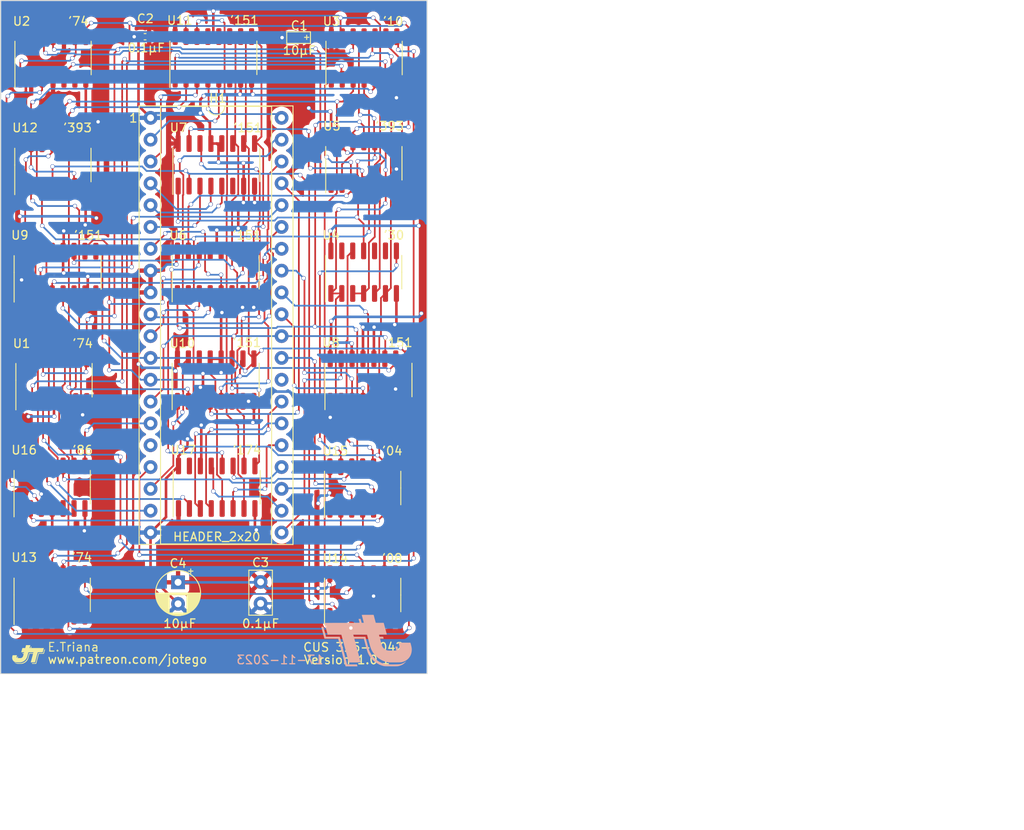
<source format=kicad_pcb>
(kicad_pcb (version 20221018) (generator pcbnew)
  (title_block (title "Space Odyssey") (date "2023-11-14") (rev "José Tejada G.") (company "CUS 315-0042 SEGA") (comment 1 "www.patreon.com/jotego") (comment 2 "Esperanza Triana") (comment 3 "JOTEGO"))
  (layers (0 "F.Cu" signal) (31 "B.Cu" signal) (34 "B.Paste" user) (35 "F.Paste" user) (36 "B.SilkS" user "B.Silkscreen") (37 "F.SilkS" user "F.Silkscreen") (38 "B.Mask" user) (39 "F.Mask" user) (44 "Edge.Cuts" user))
  (net 0 "")
  (net 1 "VCC")
  (net 2 "VSS")
  (net 3 "/VA2")
  (net 4 "/A8")
  (net 5 "/A1")
  (net 6 "/VA1")
  (net 7 "/A7")
  (net 8 "/VA0")
  (net 9 "/A0")
  (net 10 "/A6")
  (net 11 "/M4")
  (net 12 "/M2")
  (net 13 "/M1")
  (net 14 "/COMP SYNC")
  (net 15 "/~{COMP BLANK}")
  (net 16 "/D0")
  (net 17 "/D1")
  (net 18 "/D2")
  (net 19 "/D3")
  (net 20 "/SRCK")
  (net 21 "/D4")
  (net 22 "/D5")
  (net 23 "/D6")
  (net 24 "/D7")
  (net 25 "/SRLD")
  (net 26 "/A5")
  (net 27 "/VA5")
  (net 28 "/A11")
  (net 29 "/A4")
  (net 30 "/VA4")
  (net 31 "/A10")
  (net 32 "/A3")
  (net 33 "/VA3")
  (net 34 "/A9")
  (net 35 "/A2")
  (net 36 "Net-(U1A-D)")
  (net 37 "Net-(U1A-C)")
  (net 38 "Net-(U1A-Q)")
  (net 39 "Net-(U12A-MR)")
  (net 40 "Net-(U1B-D)")
  (net 41 "/~{HSYNC}")
  (net 42 "Net-(U1B-C)")
  (net 43 "/1V")
  (net 44 "Net-(U2A-Q)")
  (net 45 "/256H")
  (net 46 "/8H")
  (net 47 "/64H")
  (net 48 "Net-(U13B-~{S})")
  (net 49 "/128V")
  (net 50 "/64V")
  (net 51 "/32V")
  (net 52 "Net-(U2B-D)")
  (net 53 "/4V")
  (net 54 "/8V")
  (net 55 "Net-(U15-Pad13)")
  (net 56 "Net-(U15-Pad10)")
  (net 57 "/MR")
  (net 58 "/2V")
  (net 59 "/16V")
  (net 60 "/128H")
  (net 62 "/C7")
  (net 63 "Net-(U12A-~{CP})")
  (net 64 "/16H")
  (net 65 "/32H")
  (net 70 "/~{VBLANK}")
  (net 71 "/~{HBLANK}")
  (net 72 "Net-(U15-Pad6)")
  (net 73 "Net-(U2A-C)")
  (net 74 "Net-(U15-Pad12)")
  (net 77 "Net-(U16E-VCC)")
  (net 78 "/C6")
  (net 79 "/C5")
  (net 80 "/C4")
  (net 81 "/C3")
  (net 83 "Net-(U2A-~{R})")
  (footprint "Arcade:Jt_BSs" (layer "F.Cu") (at 120 94.6)
    (fp_text reference "G***" hide)
    (fp_text value "LOGO" hide)
  )
  (footprint "Arcade:Jt" (layer "F.Cu") (at 80.3 96.2)
    (fp_text reference "G***" hide)
    (fp_text value "Jt" hide)
  )
  (footprint "Package_SO:SO-14_3.9x8.65mm_P1.27mm" (layer "F.Cu") (at 119.17 76.82 90)
    (fp_text reference "U15")
    (fp_text value "'04")
  )
  (footprint "Package_SO:SO-14_3.9x8.65mm_P1.27mm" (layer "F.Cu") (at 83.16 26.775 90)
    (fp_text reference "U2")
    (fp_text value "'74")
  )
  (footprint "Package_SO:SO-14_3.9x8.65mm_P1.27mm" (layer "F.Cu") (at 119.17 89.27 90)
    (fp_text reference "U14")
    (fp_text value "'08")
  )
  (footprint "Package_SO:SOIC-16_3.9x9.9mm_P1.27mm" (layer "F.Cu") (at 102.075 51.705 90)
    (fp_text reference "U6")
    (fp_text value "'151")
  )
  (footprint "Package_SO:SO-14_3.9x8.65mm_P1.27mm" (layer "F.Cu") (at 83.14 39.23 90)
    (fp_text reference "U12")
    (fp_text value "'393")
  )
  (footprint "Package_SO:SO-14_3.9x8.65mm_P1.27mm" (layer "F.Cu") (at 119.31 39.025 90)
    (fp_text reference "U5")
    (fp_text value "'393")
  )
  (footprint "Package_SO:SOIC-16_3.9x9.9mm_P1.27mm" (layer "F.Cu") (at 102.155 39.205 90)
    (fp_text reference "U7")
    (fp_text value "'151")
  )
  (footprint "Package_SO:SO-14_3.9x8.65mm_P1.27mm" (layer "F.Cu") (at 119.335 26.775 90)
    (fp_text reference "U3")
    (fp_text value "'10")
  )
  (footprint "Arcade:cap_tantalum_1.79x0.85mm_S_0.55mm" (layer "F.Cu") (at 111.39 24.37 180)
    (fp_text reference "C1")
    (fp_text value "10µF")
  )
  (footprint "Package_SO:SOIC-16_3.9x9.9mm_P1.27mm" (layer "F.Cu") (at 102.075 64.255 90)
    (fp_text reference "U10")
    (fp_text value "'151")
  )
  (footprint "Package_SO:SOIC-16_3.9x9.9mm_P1.27mm" (layer "F.Cu") (at 119.845 64.25 90)
    (fp_text reference "U8")
    (fp_text value "'151")
  )
  (footprint "Capacitor_THT:C_Disc_D5.0mm_W2.5mm_P2.50mm" (layer "F.Cu") (at 107.3 87.75 -90)
    (fp_text reference "C3")
    (fp_text value "0.1µF")
  )
  (footprint "Package_SO:SOIC-16_3.9x9.9mm_P1.27mm" (layer "F.Cu") (at 101.805 26.755 90)
    (fp_text reference "U11")
    (fp_text value "'151")
  )
  (footprint "Arcade:PinHeader_2X20_P2.54mm_0.6inx2.0in" (layer "F.Cu") (at 102.0946 57.921)
    (fp_text reference "U19" hide)
    (fp_text value "HEADER_2x20")
  )
  (footprint "Package_SO:SO-14_3.9x8.65mm_P1.27mm" (layer "F.Cu") (at 83.06 76.725 90)
    (fp_text reference "U16")
    (fp_text value "'86")
  )
  (footprint "Capacitor_SMD:C_0402_1005Metric" (layer "F.Cu") (at 93.8625 24.3 180)
    (fp_text reference "C2")
    (fp_text value "0.1µF")
  )
  (footprint "Package_SO:SOIC-16_3.9x9.9mm_P1.27mm" (layer "F.Cu") (at 83.695 51.73 90)
    (fp_text reference "U9")
    (fp_text value "'151")
  )
  (footprint "Package_SO:SOIC-16_3.9x9.9mm_P1.27mm" (layer "F.Cu") (at 102.195 76.73 90)
    (fp_text reference "U17")
    (fp_text value "'174")
  )
  (footprint "Package_SO:SO-14_3.9x8.65mm_P1.27mm" (layer "F.Cu") (at 83.06 89.255 90)
    (fp_text reference "U13")
    (fp_text value "'74")
  )
  (footprint "Package_SO:SO-14_3.9x8.65mm_P1.27mm" (layer "F.Cu") (at 83.27 64.275 90)
    (fp_text reference "U1")
    (fp_text value "'74")
  )
  (footprint "Package_SO:SO-14_3.9x8.65mm_P1.27mm" (layer "F.Cu") (at 119.285 51.7 90)
    (fp_text reference "U4")
    (fp_text value "'30")
  )
  (footprint "Capacitor_THT:CP_Radial_D5.0mm_P2.50mm" (layer "F.Cu") (at 97.7 87.794888 -90)
    (fp_text reference "C4")
    (fp_text value "10µF")
  )
  (gr_rect (start 77.075 20.1) (end 126.66 98.43) (stroke (width 0.1)) (fill none) (layer "Edge.Cuts"))
  (gr_text "17-11-2023" (at 114.7 97.4) (layer "B.SilkS") (effects (font (size 1 1)) (justify left bottom mirror)))
  (gr_text "CUS 315-0042" (at 112.17 95.94) (layer "F.SilkS") (effects (font (size 1 1)) (justify left bottom)))
  (gr_text "Version 1.0.1" (at 112.24 97.4) (layer "F.SilkS") (effects (font (size 1 1)) (justify left bottom)))
  (gr_text "www.patreon.com/jotego" (at 82.456961 97.341678) (layer "F.SilkS") (effects (font (size 1 1)) (justify left bottom)))
  (gr_text "E.Triana\n\n" (at 82.456961 97.531678) (layer "F.SilkS") (effects (font (size 1 1) (thickness 0.125)) (justify left bottom)))
  (segment (start 80 34.825) (end 80 29.87) (width 0.3) (layer "F.Cu") (net 1))
  (segment (start 80.62 24.3) (end 80.62 27.9) (width 0.3) (layer "F.Cu") (net 1))
  (segment (start 78.6 75.282107) (end 78.6 67.61) (width 0.3) (layer "F.Cu") (net 1))
  (segment (start 114 78.6) (end 114 88.5) (width 0.3) (layer "F.Cu") (net 1))
  (segment (start 83.27 66.75) (end 83.27 68.47) (width 0.3) (layer "F.Cu") (net 1))
  (segment (start 79.9 68.5) (end 80.3 68.5) (width 0.3) (layer "F.Cu") (net 1))
  (segment (start 79.25 86.78) (end 80.52 86.78) (width 0.3) (layer "F.Cu") (net 1))
  (segment (start 94.5 54.06) (end 93.34 54.06) (width 0.3) (layer "F.Cu") (net 1))
  (segment (start 97.5 50.8) (end 97.5 49.36) (width 0.3) (layer "F.Cu") (net 1))
  (segment (start 97.06 48.66) (end 97.06 37.38) (width 0.3) (layer "F.Cu") (net 1))
  (segment (start 97.4 63.2) (end 97.4 62.01) (width 0.3) (layer "F.Cu") (net 1))
  (segment (start 111.97 31.67) (end 112.9 32.6) (width 0.3) (layer "F.Cu") (net 1))
  (segment (start 94.2 24.3) (end 97.34 24.3) (width 0.3) (layer "F.Cu") (net 1))
  (segment (start 117.9 60) (end 117.9 61.735) (width 0.3) (layer "F.Cu") (net 1))
  (segment (start 80.62 27.9) (end 82.222107 27.9) (width 0.3) (layer "F.Cu") (net 1))
  (segment (start 79.3 75.982107) (end 78.6 75.282107) (width 0.3) (layer "F.Cu") (net 1))
  (segment (start 79.33 35.495) (end 80 34.825) (width 0.3) (layer "F.Cu") (net 1))
  (segment (start 79.46 61.8) (end 79.46 66.75) (width 0.3) (layer "F.Cu") (net 1))
  (segment (start 83.16 28.837893) (end 83.16 29.25) (width 0.3) (layer "F.Cu") (net 1))
  (segment (start 115.4 61.775) (end 115.4 60) (width 0.3) (layer "F.Cu") (net 1))
  (segment (start 115.36 88.04) (end 115.3 88.1) (width 0.3) (layer "F.Cu") (net 1))
  (segment (start 79.3 79.15) (end 79.3 75.982107) (width 0.3) (layer "F.Cu") (net 1))
  (segment (start 80.62 27.9) (end 80.62 29.25) (width 0.3) (layer "F.Cu") (net 1))
  (segment (start 115.36 74.345) (end 115.36 77.34) (width 0.3) (layer "F.Cu") (net 1))
  (segment (start 115.5 33.1) (end 115.4 33) (width 0.3) (layer "F.Cu") (net 1))
  (segment (start 111.97 24.4) (end 111.97 31.67) (width 0.3) (layer "F.Cu") (net 1))
  (segment (start 115.525 24.3) (end 112.07 24.3) (width 0.3) (layer "F.Cu") (net 1))
  (segment (start 78.6 60.94) (end 79.46 61.8) (width 0.3) (layer "F.Cu") (net 1))
  (segment (start 115.5 59.9) (end 115.5 57.4) (width 0.3) (layer "F.Cu") (net 1))
  (segment (start 80 29.87) (end 80.62 29.25) (width 0.3) (layer "F.Cu") (net 1))
  (segment (start 115.36 77.34) (end 115.3 77.4) (width 0.3) (layer "F.Cu") (net 1))
  (segment (start 79.25 86.78) (end 79.25 79.2) (width 0.3) (layer "F.Cu") (net 1))
  (segment (start 79.46 66.75) (end 79.46 68.06) (width 0.3) (layer "F.Cu") (net 1))
  (segment (start 97.5 49.36) (end 97.63 49.23) (width 0.3) (layer "F.Cu") (net 1))
  (segment (start 97.71 36.73) (end 96.71 35.73) (width 0.3) (layer "F.Cu") (net 1))
  (segment (start 94.5 54.06) (end 94.5 51.52) (width 0.3) (layer "F.Cu") (net 1))
  (segment (start 97.4 62.01) (end 97.63 61.78) (width 0.3) (layer "F.Cu") (net 1))
  (segment (start 117.9 61.735) (end 117.94 61.775) (width 0.3) (layer "F.Cu") (net 1))
  (segment (start 97.7 79.255) (end 97.7 87.794888) (width 0.3) (layer "F.Cu") (net 1))
  (segment (start 96.71 24.93) (end 97.36 24.28) (width 0.3) (layer "F.Cu") (net 1))
  (segment (start 115.36 86.795) (end 115.36 88.04) (width 0.3) (layer "F.Cu") (net 1))
  (segment (start 97.63 49.23) (end 97.06 48.66) (width 0.3) (layer "F.Cu") (net 1))
  (segment (start 115.5 36.55) (end 115.5 33.1) (width 0.3) (layer "F.Cu") (net 1))
  (segment (start 82.222107 27.9) (end 83.16 28.837893) (width 0.3) (layer "F.Cu") (net 1))
  (segment (start 79.46 68.06) (end 79.9 68.5) (width 0.3) (layer "F.Cu") (net 1))
  (segment (start 79.25 79.2) (end 79.3 79.15) (width 0.3) (layer "F.Cu") (net 1))
  (segment (start 97.06 37.38) (end 97.71 36.73) (width 0.3) (layer "F.Cu") (net 1))
  (segment (start 96.71 35.73) (end 96.71 24.93) (width 0.3) (layer "F.Cu") (net 1))
  (segment (start 79.25 49.255) (end 79.25 45.25) (width 0.3) (layer "F.Cu") (net 1))
  (segment (start 112.07 24.3) (end 111.97 24.4) (width 0.3) (layer "F.Cu") (net 1))
  (segment (start 79.25 45.25) (end 79.3 45.2) (width 0.3) (layer "F.Cu") (net 1))
  (segment (start 78.6 49.905) (end 78.6 60.94) (width 0.3) (layer "F.Cu") (net 1))
  (segment (start 115.475 49.225) (end 115.475 46.975) (width 0.3) (layer "F.Cu") (net 1))
  (segment (start 93.34 54.06) (end 92.7 54.7) (width 0.3) (layer "F.Cu") (net 1))
  (segment (start 79.46 61.8) (end 80.73 61.8) (width 0.3) (layer "F.Cu") (net 1))
  (segment (start 115.475 46.975) (end 115.4 46.9) (width 0.3) (layer "F.Cu") (net 1))
  (segment (start 92.7 54.7) (end 92.7 62) (width 0.3) (layer "F.Cu") (net 1))
  (segment (start 92.7 62) (end 93.1 62.4) (width 0.3) (layer "F.Cu") (net 1))
  (segment (start 97.34 24.3) (end 97.36 24.28) (width 0.3) (layer "F.Cu") (net 1))
  (segment (start 79.33 36.755) (end 79.33 35.495) (width 0.3) (layer "F.Cu") (net 1))
  (segment (start 78.6 67.61) (end 79.46 66.75) (width 0.3) (layer "F.Cu") (net 1))
  (segment (start 97.75 79.205) (end 97.7 79.255) (width 0.3) (layer "F.Cu") (net 1))
  (segment (start 79.35 24.3) (end 80.62 24.3) (width 0.3) (layer "F.Cu") (net 1))
  (segment (start 115.4 60) (end 115.5 59.9) (width 0.3) (layer "F.Cu") (net 1))
  (segment (start 79.25 49.255) (end 78.6 49.905) (width 0.3) (layer "F.Cu") (net 1))
  (via (at 115.5 59.9) (size 0.5) (drill 0.4) (layers "F.Cu" "B.Cu") (net 1))
  (via (at 115.4 33) (size 0.5) (drill 0.4) (layers "F.Cu" "B.Cu") (net 1))
  (via (at 114 78.6) (size 0.5) (drill 0.4) (layers "F.Cu" "B.Cu") (net 1))
  (via (at 125.7 46.3) (size 0.5) (drill 0.4) (layers "F.Cu" "B.Cu") (net 1))
  (via (at 83.3 68.5) (size 0.5) (drill 0.4) (layers "F.Cu" "B.Cu") (net 1))
  (via (at 115.3 77.4) (size 0.5) (drill 0.4) (layers "F.Cu" "B.Cu") (net 1))
  (via (at 80.3 68.5) (size 0.5) (drill 0.4) (layers "F.Cu" "B.Cu") (net 1))
  (via (at 88.2 45.4) (size 0.5) (drill 0.4) (layers "F.Cu" "B.Cu") (net 1))
  (via (at 115.5 57.4) (size 0.5) (drill 0.4) (layers "F.Cu" "B.Cu") (net 1))
  (via (at 117.9 60) (size 0.5) (drill 0.4) (layers "F.Cu" "B.Cu") (net 1))
  (via (at 126 56.5) (size 0.5) (drill 0.4) (layers "F.Cu" "B.Cu") (net 1))
  (via (at 97.5 50.8) (size 0.5) (drill 0.4) (layers "F.Cu" "B.Cu") (net 1))
  (via (at 115.3 88.1) (size 0.5) (drill 0.4) (layers "F.Cu" "B.Cu") (net 1))
  (via (at 115.4 46.9) (size 0.5) (drill 0.4) (layers "F.Cu" "B.Cu") (net 1))
  (via (at 114 88.5) (size 0.5) (drill 0.4) (layers "F.Cu" "B.Cu") (net 1))
  (via (at 97.4 63.2) (size 0.5) (drill 0.4) (layers "F.Cu" "B.Cu") (net 1))
  (via (at 93.1 62.4) (size 0.5) (drill 0.4) (layers "F.Cu" "B.Cu") (net 1))
  (via (at 79.3 45.2) (size 0.5) (drill 0.4) (layers "F.Cu" "B.Cu") (net 1))
  (via (at 112.9 32.6) (size 0.5) (drill 0.4) (layers "F.Cu" "B.Cu") (net 1))
  (segment (start 107.3 87.8) (end 108 88.5) (width 0.3) (layer "B.Cu") (net 1))
  (segment (start 114.3 77.7) (end 114 78) (width 0.3) (layer "B.Cu") (net 1))
  (segment (start 80.3 68.5) (end 83.3 68.5) (width 0.3) (layer "B.Cu") (net 1))
  (segment (start 115.5 57.4) (end 116 56.9) (width 0.3) (layer "B.Cu") (net 1))
  (segment (start 117.8 59.9) (end 117.9 60) (width 0.3) (layer "B.Cu") (net 1))
  (segment (start 94.5 51.5) (end 95.7 51.5) (width 0.3) (layer "B.Cu") (net 1))
  (segment (start 97.03 62.83) (end 97.4 63.2) (width 0.3) (layer "B.Cu") (net 1))
  (segment (start 87.5 45.2) (end 79.3 45.2) (width 0.3) (layer "B.Cu") (net 1))
  (segment (start 115 77.7) (end 114.3 77.7) (width 0.3) (layer "B.Cu") (net 1))
  (segment (start 115.4 46.9) (end 116 46.3) (width 0.3) (layer "B.Cu") (net 1))
  (segment (start 113.3 33) (end 112.9 32.6) (width 0.3) (layer "B.Cu") (net 1))
  (segment (start 108 88.5) (end 114 88.5) (width 0.3) (layer "B.Cu") (net 1))
  (segment (start 94.5 51.52) (end 94.5 51.5) (width 0.3) (layer "B.Cu") (net 1))
  (segment (start 115.5 59.9) (end 117.8 59.9) (width 0.3) (layer "B.Cu") (net 1))
  (segment (start 116 46.3) (end 125.7 46.3) (width 0.3) (layer "B.Cu") (net 1))
  (segment (start 126 56.6) (end 126 56.5) (width 0.3) (layer "B.Cu") (net 1))
  (segment (start 88.2 45.4) (end 87.5 45.2) (width 0.3) (layer "B.Cu") (net 1))
  (segment (start 107.3 87.75) (end 107.3 87.8) (width 0.3) (layer "B.Cu") (net 1))
  (segment (start 93.53 62.83) (end 97.03 62.83) (width 0.3) (layer "B.Cu") (net 1))
  (segment (start 114 88.5) (end 114.9 88.5) (width 0.3) (layer "B.Cu") (net 1))
  (segment (start 96.4 50.8) (end 97.5 50.8) (width 0.3) (layer "B.Cu") (net 1))
  (segment (start 95.7 51.5) (end 96.4 50.8) (width 0.3) (layer "B.Cu") (net 1))
  (segment (start 93.1 62.4) (end 93.53 62.83) (width 0.3) (layer "B.Cu") (net 1))
  (segment (start 115.4 33) (end 113.3 33) (width 0.3) (layer "B.Cu") (net 1))
  (segment (start 125.7 56.9) (end 126 56.6) (width 0.3) (layer "B.Cu") (net 1))
  (segment (start 115.3 77.4) (end 115 77.7) (width 0.3) (layer "B.Cu") (net 1))
  (segment (start 116 56.9) (end 125.7 56.9) (width 0.3) (layer "B.Cu") (net 1))
  (segment (start 114.9 88.5) (end 115.3 88.1) (width 0.3) (layer "B.Cu") (net 1))
  (segment (start 114 78) (end 114 78.6) (width 0.3) (layer "B.Cu") (net 1))
  (segment (start 107.255112 87.794888) (end 107.3 87.75) (width 0.3) (layer "B.Cu") (net 1))
  (segment (start 97.7 87.794888) (end 107.255112 87.794888) (width 0.3) (layer "B.Cu") (net 1))
  (segment (start 106.52 55.78) (end 106.5 55.8) (width 0.3) (layer "F.Cu") (net 2))
  (segment (start 93.5625 24.3) (end 92.6 24.3) (width 0.2) (layer "F.Cu") (net 2))
  (segment (start 94.5 87.094888) (end 97.7 90.294888) (width 0.3) (layer "F.Cu") (net 2))
  (segment (start 102.71 61.78) (end 102.71 56.49) (width 0.3) (layer "F.Cu") (net 2))
  (segment (start 104.98 30.92) (end 104.9 31) (width 0.3) (layer "F.Cu") (net 2))
  (segment (start 105.33 41.68) (end 105.33 43.57) (width 0.3) (layer "F.Cu") (net 2))
  (segment (start 105.33 39.03) (end 105.3 39) (width 0.3) (layer "F.Cu") (net 2))
  (segment (start 119.21 61.775) (end 119.21 58.11) (width 0.3) (layer "F.Cu") (net 2))
  (segment (start 98.8 72.048529) (end 98.8 71.1) (width 0.3) (layer "F.Cu") (net 2))
  (segment (start 86.87 54.205) (end 87.6 54.205) (width 0.3) (layer "F.Cu") (net 2))
  (segment (start 81.79 91.73) (end 81.79 86.78) (width 0.3) (layer "F.Cu") (net 2))
  (segment (start 115.4 68) (end 115.4 68.6) (width 0.3) (layer "F.Cu") (net 2))
  (segment (start 100.6 64.8) (end 100.3 65.1) (width 0.3) (layer "F.Cu") (net 2))
  (segment (start 100.4 74.145) (end 100.29 74.255) (width 0.3) (layer "F.Cu") (net 2))
  (segment (start 84.33 49.255) (end 84.33 51.73) (width 0.3) (layer "F.Cu") (net 2))
  (segment (start 123.12 39.72) (end 123.1 39.7) (width 0.3) (layer "F.Cu") (net 2))
  (segment (start 105.33 41.68) (end 105.33 39.03) (width 0.3) (layer "F.Cu") (net 2))
  (segment (start 106.52 66.73) (end 106.52 69.08) (width 0.3) (layer "F.Cu") (net 2))
  (segment (start 84.33 51.73) (end 84.4 51.8) (width 0.3) (layer "F.Cu") (net 2))
  (segment (start 87.9 34.2) (end 88.4 34.2) (width 0.3) (layer "F.Cu") (net 2))
  (segment (start 100.7 31.2) (end 100.3 31.6) (width 0.3) (layer "F.Cu") (net 2))
  (segment (start 106.6 41.68) (end 106.6 43.6) (width 0.3) (layer "F.Cu") (net 2))
  (segment (start 101.44 49.23) (end 102.71 49.23) (width 0.3) (layer "F.Cu") (net 2))
  (segment (start 101.8 24.28) (end 101.8 21.3) (width 0.3) (layer "F.Cu") (net 2))
  (segment (start 94.5 82) (end 94.5 87.094888) (width 0.3) (layer "F.Cu") (net 2))
  (segment (start 102.2 46.8) (end 102.2 48.72) (width 0.3) (layer "F.Cu") (net 2))
  (segment (start 83.06 79.2) (end 83.06 84.191471) (width 0.3) (layer "F.Cu") (net 2))
  (segment (start 102.79 36.73) (end 102.2 36.73) (width 0.3) (layer "F.Cu") (net 2))
  (segment (start 105.3 43.6) (end 104.7 44.2) (width 0.3) (layer "F.Cu") (net 2))
  (segment (start 86.87 79.2) (end 86.87 81.73) (width 0.3) (layer "F.Cu") (net 2))
  (segment (start 86.97 29.25) (end 86.97 33.27) (width 0.3) (layer "F.Cu") (net 2))
  (segment (start 83.06 79.2) (end 84.33 79.2) (width 0.3) (layer "F.Cu") (net 2))
  (segment (start 88.4 34.2) (end 88.4 40.255) (width 0.3) (layer "F.Cu") (net 2))
  (segment (start 101.44 61.78) (end 102.71 61.78) (width 0.3) (layer "F.Cu") (net 2))
  (segment (start 106.25 29.23) (end 106.25 30.85) (width 0.3) (layer "F.Cu") (net 2))
  (segment (start 102.71 61.78) (end 102.71 63.39) (width 0.3) (layer "F.Cu") (net 2))
  (segment (start 86.95 46.15) (end 86.9 46.2) (width 0.3) (layer "F.Cu") (net 2))
  (segment (start 83.06 78.787893) (end 83.06 79.2) (width 0.3) (layer "F.Cu") (net 2))
  (segment (start 101.4 34.3) (end 100.3 33.2) (width 0.3) (layer "F.Cu") (net 2))
  (segment (start 105.25 55.75) (end 105.2 55.8) (width 0.3) (layer "F.Cu") (net 2))
  (segment (start 93.1 32.34) (end 93.1 24.5825) (width 0.3) (layer "F.Cu") (net 2))
  (segment (start 106.64 79.205) (end 106.64 81.54) (width 0.3) (layer "F.Cu") (net 2))
  (segment (start 106.52 69.08) (end 106.4 69.2) (width 0.3) (layer "F.Cu") (net 2))
  (segment (start 102.4 36.93) (end 102.2 36.73) (width 0.3) (layer "F.Cu") (net 2))
  (segment (start 123.145 31.355) (end 123.1 31.4) (width 0.3) (layer "F.Cu") (net 2))
  (segment (start 123.02 66.725) (end 123.02 65.32) (width 0.3) (layer "F.Cu") (net 2))
  (segment (start 101.4 36.61) (end 101.4 34.3) (width 0.3) (layer "F.Cu") (net 2))
  (segment (start 102.2 48.72) (end 102.71 49.23) (width 0.3) (layer "F.Cu") (net 2))
  (segment (start 122.98 91.745) (end 122.98 90.68) (width 0.3) (layer "F.Cu") (net 2))
  (segment (start 87.2 52.2) (end 87.2 53.805) (width 0.3) (layer "F.Cu") (net 2))
  (segment (start 110.8 24.4) (end 109.8 24.4) (width 0.3) (layer "F.Cu") (net 2))
  (segment (start 83.06 84.191471) (end 81.79 85.461471) (width 0.3) (layer "F.Cu") (net 2))
  (segment (start 123.12 41.5) (end 123.12 39.72) (width 0.3) (layer "F.Cu") (net 2))
  (segment (start 120.48 61.775) (end 120.48 58.12) (width 0.3) (layer "F.Cu") (net 2))
  (segment (start 122.98 90.68) (end 121.7 89.4) (width 0.3) (layer "F.Cu") (net 2))
  (segment (start 105.25 54.18) (end 105.25 55.75) (width 0.3) (layer "F.Cu") (net 2))
  (segment (start 101.17 24.28) (end 101.8 24.28) (width 0.3) (layer "F.Cu") (net 2))
  (segment (start 80.52 74.25) (end 81.79 74.25) (width 0.3) (layer "F.Cu") (net 2))
  (segment (start 81.79 77.517893) (end 83.06 78.787893) (width 0.3) (layer "F.Cu") (net 2))
  (segment (start 79.5 52.6) (end 79.5 53.955) (width 0.3) (layer "F.Cu") (net 2))
  (segment (start 122.98 80.595) (end 121.71 81.865) (width 0.3) (layer "F.Cu") (net 2))
  (segment (start 100.3 31.6) (end 100.3 33.2) (width 0.3) (layer "F.Cu") (net 2))
  (segment (start 106.64 81.54) (end 106.8 81.7) (width 0.3) (layer "F.Cu") (net 2))
  (segment (start 84.4 49.185) (end 84.33 49.255) (width 0.3) (layer "F.Cu") (net 2))
  (segment (start 86.97 33.27) (end 87.9 34.2) (width 0.3) (layer "F.Cu") (net 2))
  (segment (start 87.08 66.75) (end 87.08 67.82) (width 0.3) (layer "F.Cu") (net 2))
  (segment (start 123.02 65.32) (end 123 65.3) (width 0.3) (layer "F.Cu") (net 2))
  (segment (start 119.21 58.11) (end 119.2 58.1) (width 0.3) (layer "F.Cu") (net 2))
  (segment (start 104.98 29.23) (end 104.98 30.92) (width 0.3) (layer "F.Cu") (net 2))
  (segment (start 105.33 43.57) (end 105.3 43.6) (width 0.3) (layer "F.Cu") (net 2))
  (segment (start 123.02 66.725) (end 124.29 66.725) (width 0.3) (layer "F.Cu") (net 2))
  (segment (start 123.095 54.175) (end 123.095 57.605) (width 0.3) (layer "F.Cu") (net 2))
  (segment (start 102.2 36.73) (end 101.52 36.73) (width 0.3) (layer "F.Cu") (net 2))
  (segment (start 97.75 74.255) (end 97.75 73.098529) (width 0.3) (layer "F.Cu") (net 2))
  (segment (start 79.5 53.955) (end 79.25 54.205) (width 0.3) (layer "F.Cu") (net 2))
  (segment (start 120.48 58.12) (end 120.5 58.1) (width 0.3) (layer "F.Cu") (net 2))
  (segment (start 122.98 79.295) (end 122.98 80.595) (width 0.3) (layer "F.Cu") (net 2))
  (segment (start 81.79 85.461471) (end 81.79 86.78) (width 0.3) (layer "F.Cu") (net 2))
  (segment (start 96.264888 91.73) (end 97.7 90.294888) (width 0.3) (layer "F.Cu") (net 2))
  (segment (start 84.4 46.9) (end 84.4 49.185) (width 0.3) (layer "F.Cu") (net 2))
  (segment (start 83.06 49.255) (end 84.33 49.255) (width 0.3) (layer "F.Cu") (net 2))
  (segment (start 121.7 89.4) (end 120.44 89.4) (width 0.3) (layer "F.Cu") (net 2))
  (segment (start 81.79 74.25) (end 81.79 77.517893) (width 0.3) (layer "F.Cu") (net 2))
  (segment (start 106.25 30.85) (end 106.4 31) (width 0.3) (layer "F.Cu") (net 2))
  (segment (start 119.17 91.745) (end 120.44 91.745) (width 0.3) (layer "F.Cu") (net 2))
  (segment (start 101.8 24.28) (end 102.44 24.28) (width 0.3) (layer "F.Cu") (net 2))
  (segment (start 120.44 86.795) (end 121.71 86.795) (width 0.3) (layer "F.Cu") (net 2))
  (segment (start 123.145 29.25) (end 123.145 31.355) (width 0.3) (layer "F.Cu") (net 2))
  (segment (start 79.25 91.73) (end 83.06 91.73) (width 0.3) (layer "F.Cu") (net 2))
  (segment (start 102.71 56.49) (end 102.8 56.4) (width 0.3) (layer "F.Cu") (net 2))
  (segment (start 86.87 91.73) (end 96.264888 91.73) (width 0.3) (layer "F.Cu") (net 2))
  (segment (start 87.2 53.805) (end 87.6 54.205) (width 0.3) (layer "F.Cu") (net 2))
  (segment (start 86.87 81.73) (end 86.8 81.8) (width 0.3) (layer "F.Cu") (net 2))
  (segment (start 104.7 44.2) (end 104.7 46.6) (width 0.3) (layer "F.Cu") (net 2))
  (segment (start 96.3 75.705) (end 96.3 80.2) (width 0.3) (layer "F.Cu") (net 2))
  (segment (start 105.25 66.73) (end 106.52 66.73) (width 0.3) (layer "F.Cu") (net 2))
  (segment (start 120.44 86.795) (end 120.44 91.745) (width 0.3) (layer "F.Cu") (net 2))
  (segment (start 93.1 24.5825) (end 93.3825 24.3) (width 0.3) (layer "F.Cu") (net 2))
  (segment (start 97.75 74.255) (end 96.3 75.705) (width 0.3) (layer "F.Cu") (net 2))
  (segment (start 97.75 73.098529) (end 98.8 72.048529) (width 0.3) (layer "F.Cu") (net 2))
  (segment (start 86.95 41.705) (end 86.95 46.15) (width 0.3) (layer "F.Cu") (net 2))
  (segment (start 101.52 36.73) (end 101.4 36.61) (width 0.3) (layer "F.Cu") (net 2))
  (segment (start 100.6 63.5) (end 100.6 64.8) (width 0.3) (layer "F.Cu") (net 2))
  (segment (start 115.4 66.725) (end 115.4 68) (width 0.3) (layer "F.Cu") (net 2))
  (segment (start 106.52 54.18) (end 106.52 55.78) (width 0.3) (layer "F.Cu") (net 2))
  (segment (start 102.4 38.9) (end 102.4 36.93) (width 0.3) (layer "F.Cu") (net 2))
  (segment (start 87.08 67.82) (end 86.6 68.3) (width 0.3) (layer "F.Cu") (net 2))
  (segment (start 96.3 80.2) (end 94.5 82) (width 0.3) (layer "F.Cu") (net 2))
  (segment (start 87.6 54.205) (end 88.14 54.205) (width 0.3) (layer "F.Cu") (net 2))
  (segment (start 94.5 33.74) (end 93.1 32.34) (width 0.3) (layer "F.Cu") (net 2))
  (segment (start 121.71 81.865) (end 121.71 86.795) (width 0.3) (layer "F.Cu") (net 2))
  (segment (start 123.095 57.605) (end 122.9 57.8) (width 0.3) (layer "F.Cu") (net 2))
  (segment (start 88.4 40.255) (end 86.95 41.705) (width 0.3) (layer "F.Cu") (net 2))
  (segment (start 100.4 74.145) (end 100.4 69.5) (width 0.3) (layer "F.Cu") (net 2))
  (via (at 119.2 58.1) (size 0.5) (drill 0.4) (layers "F.Cu" "B.Cu") (net 2))
  (via (at 86.9 46.2) (size 0.5) (drill 0.4) (layers "F.Cu" "B.Cu") (net 2))
  (via (at 86.6 68.3) (size 0.5) (drill 0.4) (layers "F.Cu" "B.Cu") (net 2))
  (via (at 123 65.3) (size 0.5) (drill 0.4) (layers "F.Cu" "B.Cu") (net 2))
  (via (at 105.9 66.73) (size 0.5) (drill 0.4) (layers "F.Cu" "B.Cu") (net 2))
  (via (at 81.79 77.517893) (size 0.5) (drill 0.4) (layers "F.Cu" "B.Cu") (net 2))
  (via (at 104.9 31) (size 0.5) (drill 0.4) (layers "F.Cu" "B.Cu") (net 2))
  (via (at 102.2 46.8) (size 0.5) (drill 0.4) (layers "F.Cu" "B.Cu") (net 2))
  (via (at 84.4 46.9) (size 0.5) (drill 0.4) (layers "F.Cu" "B.Cu") (net 2))
  (via (at 123.1 31.4) (size 0.5) (drill 0.4) (layers "F.Cu" "B.Cu") (net 2))
  (via (at 84.4 51.8) (size 0.5) (drill 0.4) (layers "F.Cu" "B.Cu") (net 2))
  (via (at 106.6 43.6) (size 0.5) (drill 0.4) (layers "F.Cu" "B.Cu") (net 2))
  (via (at 102.8 56.4) (size 0.5) (drill 0.4) (layers "F.Cu" "B.Cu") (net 2))
  (via (at 100.6 63.5) (size 0.5) (drill 0.4) (layers "F.Cu" "B.Cu") (net 2))
  (via (at 86.8 81.8) (size 0.5) (drill 0.4) (layers "F.Cu" "B.Cu") (net 2))
  (via (at 100.3 33.2) (size 0.5) (drill 0.4) (layers "F.Cu" "B.Cu") (net 2))
  (via (at 105.2 55.8) (size 0.5) (drill 0.4) (layers "F.Cu" "B.Cu") (net 2))
  (via (at 100.4 69.5) (size 0.5) (drill 0.4) (layers "F.Cu" "B.Cu") (net 2))
  (via (at 88.4 34.2) (size 0.5) (drill 0.4) (layers "F.Cu" "B.Cu") (net 2))
  (via (at 106.4 69.2) (size 0.5) (drill 0.4) (layers "F.Cu" "B.Cu") (net 2))
  (via (at 106.5 55.8) (size 0.5) (drill 0.4) (layers "F.Cu" "B.Cu") (net 2))
  (via (at 106.4 31) (size 0.5) (drill 0.4) (layers "F.Cu" "B.Cu") (net 2))
  (via (at 105.3 39) (size 0.5) (drill 0.4) (layers "F.Cu" "B.Cu") (net 2))
  (via (at 98.8 71.1) (size 0.5) (drill 0.4) (layers "F.Cu" "B.Cu") (net 2))
  (via (at 122.9 57.8) (size 0.5) (drill 0.4) (layers "F.Cu" "B.Cu") (net 2))
  (via (at 109.8 24.4) (size 0.5) (drill 0.4) (layers "F.Cu" "B.Cu") (net 2))
  (via (at 100.3 65.1) (size 0.5) (drill 0.4) (layers "F.Cu" "B.Cu") (net 2))
  (via (at 115.4 68.6) (size 0.5) (drill 0.4) (layers "F.Cu" "B.Cu") (net 2))
  (via (at 106.8 81.7) (size 0.5) (drill 0.4) (layers "F.Cu" "B.Cu") (net 2))
  (via (at 104.7 46.6) (size 0.5) (drill 0.4) (layers "F.Cu" "B.Cu") (net 2))
  (via (at 105.3 43.6) (size 0.5) (drill 0.4) (layers "F.Cu" "B.Cu") (net 2))
  (via (at 120.5 58.1) (size 0.5) (drill 0.4) (layers "F.Cu" "B.Cu") (net 2))
  (via (at 102.4 38.9) (size 0.5) (drill 0.4) (layers "F.Cu" "B.Cu") (net 2))
  (via (at 102.71 63.39) (size 0.5) (drill 0.4) (layers "F.Cu" "B.Cu") (net 2))
  (via (at 120.44 89.4) (size 0.5) (drill 0.4) (layers "F.Cu" "B.Cu") (net 2))
  (via (at 87.2 52.2) (size 0.5) (drill 0.4) (layers "F.Cu" "B.Cu") (net 2))
  (via (at 123.1 39.7) (size 0.5) (drill 0.4) (layers "F.Cu" "B.Cu") (net 2))
  (via (at 79.5 52.6) (size 0.5) (drill 0.4) (layers "F.Cu" "B.Cu") (net 2))
  (via (at 100.7 31.2) (size 0.5) (drill 0.4) (layers "F.Cu" "B.Cu") (net 2))
  (via (at 92.6 24.3) (size 0.5) (drill 0.4) (layers "F.Cu" "B.Cu") (net 2))
  (via (at 101.8 21.3) (size 0.5) (drill 0.4) (layers "F.Cu" "B.Cu") (net 2))
  (segment (start 95.1 33.2) (end 100.3 33.2) (width 0.3) (layer "B.Cu") (net 2))
  (segment (start 105.9 66.73) (end 107.77 66.73) (width 0.3) (layer "B.Cu") (net 2))
  (segment (start 86.9 46.2) (end 85.1 46.2) (width 0.3) (layer "B.Cu") (net 2))
  (segment (start 113.7 68.6) (end 110.7 65.6) (width 0.3) (layer "B.Cu") (net 2))
  (segment (start 108.9 65.6) (end 110.7 65.6) (width 0.3) (layer "B.Cu") (net 2))
  (segment (start 86.8 51.8) (end 87.2 52.2) (width 0.3) (layer "B.Cu") (net 2))
  (segment (start 85.1 46.2) (end 84.4 46.9) (width 0.3) (layer "B.Cu") (net 2))
  (segment (start 104.7 46.6) (end 102.4 46.6) (width 0.3) (layer "B.Cu") (net 2))
  (segment (start 103.4 55.8) (end 102.8 56.4) (width 0.3) (layer "B.Cu") (net 2))
  (segment (start 109.15 90.25) (end 109.5 90.6) (width 0.3) (layer "B.Cu") (net 2))
  (segment (start 120.8 57.8) (end 120.5 58.1) (width 0.3) (layer "B.Cu") (net 2))
  (segment (start 106.5 55.8) (end 103.4 55.8) (width 0.3) (layer "B.Cu") (net 2))
  (segment (start 105.3 39) (end 102.5 39) (width 0.3) (layer "B.Cu") (net 2))
  (segment (start 102.6 63.5) (end 100.8 63.5) (width 0.3) (layer "B.Cu") (net 2))
  (segment (start 94.5 33.74) (end 88.86 33.74) (width 0.3) (layer "B.Cu") (net 2))
  (segment (start 84.4 51.8) (end 84 52.2) (width 0.3) (layer "B.Cu") (net 2))
  (segment (start 94.56 33.74) (end 95.1 33.2) (width 0.3) (layer "B.Cu") (net 2))
  (segment (start 100.8 63.5) (end 100.6 63.5) (width 0.3) (layer "B.Cu") (net 2))
  (segment (start 107.77 66.73) (end 108.9 65.6) (width 0.3) (layer "B.Cu") (net 2))
  (segment (start 100.9 31) (end 100.7 31.2) (width 0.3) (layer "B.Cu") (net 2))
  (segment (start 88.86 33.74) (end 88.4 34.2) (width 0.3) (layer "B.Cu") (net 2))
  (segment (start 84.4 51.8) (end 86.8 51.8) (width 0.3) (layer "B.Cu") (net 2))
  (segment (start 115.4 68.6) (end 113.7 68.6) (width 0.3) (layer "B.Cu") (net 2))
  (segment (start 102.5 39) (end 102.4 38.9) (width 0.3) (layer "B.Cu") (net 2))
  (segment (start 79.9 52.2) (end 79.5 52.6) (width 0.3) (layer "B.Cu") (net 2))
  (segment (start 102.4 46.6) (end 102.2 46.8) (width 0.3) (layer "B.Cu") (net 2))
  (segment (start 84 52.2) (end 79.9 52.2) (width 0.3) (layer "B.Cu") (net 2))
  (segment (start 122.9 57.8) (end 120.8 57.8) (width 0.3) (layer "B.Cu") (net 2))
  (segment (start 102.71 63.39) (end 102.6 63.5) (width 0.3) (layer "B.Cu") (net 2))
  (segment (start 94.5 33.74) (end 94.56 33.74) (width 0.3) (layer "B.Cu") (net 2))
  (segment (start 107.3 90.25) (end 109.15 90.25) (width 0.3) (layer "B.Cu") (net 2))
  (segment (start 104.9 31) (end 106.4 31) (width 0.3) (layer "B.Cu") (net 2))
  (segment (start 104.9 31) (end 100.9 31) (width 0.3) (layer "B.Cu") (net 2))
  (segment (start 102 34.1) (end 102.44 33.66) (width 0.2) (layer "F.Cu") (net 3))
  (segment (start 102.44 33.66) (end 102.44 29.23) (width 0.2) (layer "F.Cu") (net 3))
  (via (at 102 34.1) (size 0.5) (drill 0.4) (layers "F.Cu" "B.Cu") (net 3))
  (segment (start 102 34.1) (end 96.68 34.1) (width 0.2) (layer "B.Cu") (net 3))
  (segment (start 96.68 34.1) (end 94.5 36.28) (width 0.2) (layer "B.Cu") (net 3))
  (segment (start 99.9 29.23) (end 99.9 30.9) (width 0.2) (layer "F.Cu") (net 4))
  (segment (start 95.7 31.3) (end 95.7 37.8) (width 0.2) (layer "F.Cu") (net 4))
  (segment (start 95.7 37.8) (end 94.5 38.82) (width 0.2) (layer "F.Cu") (net 4))
  (segment (start 99.9 30.9) (end 99.7 31.1) (width 0.2) (layer "F.Cu") (net 4))
  (via (at 99.7 31.1) (size 0.5) (drill 0.4) (layers "F.Cu" "B.Cu") (net 4))
  (via (at 95.7 31.3) (size 0.5) (drill 0.4) (layers "F.Cu" "B.Cu") (net 4))
  (segment (start 99.7 31.1) (end 99.6 31.2) (width 0.2) (layer "B.Cu") (net 4))
  (segment (start 95.9 31.1) (end 95.7 31.3) (width 0.2) (layer "B.Cu") (net 4))
  (segment (start 99.7 31.1) (end 95.9 31.1) (width 0.2) (layer "B.Cu") (net 4))
  (segment (start 101.5 41.7) (end 101.5 43.8) (width 0.2) (layer "F.Cu") (net 5))
  (segment (start 101.52 41.68) (end 101.5 41.7) (width 0.2) (layer "F.Cu") (net 5))
  (via (at 101.5 43.8) (size 0.5) (drill 0.4) (layers "F.Cu" "B.Cu") (net 5))
  (segment (start 101.5 43.8) (end 100.95 44.35) (width 0.2) (layer "B.Cu") (net 5))
  (segment (start 97.49 44.35) (end 94.5 41.36) (width 0.2) (layer "B.Cu") (net 5))
  (segment (start 100.95 44.35) (end 97.49 44.35) (width 0.2) (layer "B.Cu") (net 5))
  (segment (start 102.79 43.61) (end 102.4 44) (width 0.2) (layer "F.Cu") (net 6))
  (segment (start 102.79 41.68) (end 102.79 43.61) (width 0.2) (layer "F.Cu") (net 6))
  (via (at 102.4 44) (size 0.5) (drill 0.4) (layers "F.Cu" "B.Cu") (net 6))
  (segment (start 102.4 44) (end 101.65 44.75) (width 0.2) (layer "B.Cu") (net 6))
  (segment (start 95.35 44.75) (end 94.5 43.9) (width 0.2) (layer "B.Cu") (net 6))
  (segment (start 101.65 44.75) (end 95.35 44.75) (width 0.2) (layer "B.Cu") (net 6))
  (segment (start 99.65 46.25) (end 100.25 45.65) (width 0.2) (layer "F.Cu") (net 7))
  (segment (start 100.25 45.65) (end 100.25 41.68) (width 0.2) (layer "F.Cu") (net 7))
  (via (at 99.65 46.25) (size 0.5) (drill 0.4) (layers "F.Cu" "B.Cu") (net 7))
  (segment (start 99.65 46.25) (end 99.46 46.44) (width 0.2) (layer "B.Cu") (net 7))
  (segment (start 99.46 46.44) (end 94.5 46.44) (width 0.2) (layer "B.Cu") (net 7))
  (segment (start 96.2 47.2) (end 96.2 47.28) (width 0.2) (layer "F.Cu") (net 8))
  (segment (start 102.71 52.11) (end 102.7 52.1) (width 0.2) (layer "F.Cu") (net 8))
  (segment (start 100.84 51.54) (end 100.84 47.24) (width 0.2) (layer "F.Cu") (net 8))
  (segment (start 100.84 47.24) (end 100.6 47) (width 0.2) (layer "F.Cu") (net 8))
  (segment (start 102.71 54.18) (end 102.71 52.11) (width 0.2) (layer "F.Cu") (net 8))
  (segment (start 101.2 51.9) (end 100.84 51.54) (width 0.2) (layer "F.Cu") (net 8))
  (segment (start 96.2 47.28) (end 94.5 48.98) (width 0.2) (layer "F.Cu") (net 8))
  (via (at 101.2 51.9) (size 0.5) (drill 0.4) (layers "F.Cu" "B.Cu") (net 8))
  (via (at 96.2 47.2) (size 0.5) (drill 0.4) (layers "F.Cu" "B.Cu") (net 8))
  (via (at 100.6 47) (size 0.5) (drill 0.4) (layers "F.Cu" "B.Cu") (net 8))
  (via (at 102.7 52) (size 0.5) (drill 0.4) (layers "F.Cu" "B.Cu") (net 8))
  (segment (start 101.3 52) (end 101.2 51.9) (width 0.2) (layer "B.Cu") (net 8))
  (segment (start 100.6 47) (end 96.4 47) (width 0.2) (layer "B.Cu") (net 8))
  (segment (start 96.4 47) (end 96.2 47.2) (width 0.2) (layer "B.Cu") (net 8))
  (segment (start 102.7 52) (end 101.3 52) (width 0.2) (layer "B.Cu") (net 8))
  (segment (start 101.44 56.16) (end 101.2 56.4) (width 0.2) (layer "F.Cu") (net 9))
  (segment (start 101.44 54.18) (end 101.44 56.16) (width 0.2) (layer "F.Cu") (net 9))
  (via (at 101.2 56.4) (size 0.5) (drill 0.4) (layers "F.Cu" "B.Cu") (net 9))
  (segment (start 100.65 56.95) (end 94.85 56.95) (width 0.2) (layer "B.Cu") (net 9))
  (segment (start 101.2 56.4) (end 100.65 56.95) (width 0.2) (layer "B.Cu") (net 9))
  (segment (start 94.85 56.95) (end 94.5 56.6) (width 0.2) (layer "B.Cu") (net 9))
  (segment (start 100.17 54.18) (end 100.17 55.63) (width 0.2) (layer "F.Cu") (net 10))
  (segment (start 100.17 55.63) (end 99.9 55.9) (width 0.2) (layer "F.Cu") (net 10))
  (segment (start 94.5 59.14) (end 96 57.64) (width 0.2) (layer "F.Cu") (net 10))
  (segment (start 96 57.64) (end 96 56.4) (width 0.2) (layer "F.Cu") (net 10))
  (via (at 96 56.4) (size 0.5) (drill 0.4) (layers "F.Cu" "B.Cu") (net 10))
  (via (at 99.9 55.9) (size 0.5) (drill 0.4) (layers "F.Cu" "B.Cu") (net 10))
  (segment (start 96 56.4) (end 96.3 56.1) (width 0.2) (layer "B.Cu") (net 10))
  (segment (start 96.3 56.1) (end 99.7 56.1) (width 0.2) (layer "B.Cu") (net 10))
  (segment (start 99.7 56.1) (end 99.9 55.9) (width 0.2) (layer "B.Cu") (net 10))
  (segment (start 105.92 49.83) (end 106.52 49.23) (width 0.2) (layer "F.Cu") (net 11))
  (segment (start 106.5 49.21) (end 106.52 49.23) (width 0.2) (layer "F.Cu") (net 11))
  (segment (start 106.52 62.18) (end 106.52 61.78) (width 0.2) (layer "F.Cu") (net 11))
  (segment (start 105.92 61.18) (end 105.92 49.83) (width 0.2) (layer "F.Cu") (net 11))
  (segment (start 106.25 24.28) (end 107.4 25.43) (width 0.2) (layer "F.Cu") (net 11))
  (segment (start 88.355 49.255) (end 88.7 49.6) (width 0.2) (layer "F.Cu") (net 11))
  (segment (start 106.52 61.78) (end 105.92 61.18) (width 0.2) (layer "F.Cu") (net 11))
  (segment (start 107.4 35.93) (end 106.6 36.73) (width 0.2) (layer "F.Cu") (net 11))
  (segment (start 107.6 37.4) (end 107.6 46.4) (width 0.2) (layer "F.Cu") (net 11))
  (segment (start 105.5 63.2) (end 106.52 62.18) (width 0.2) (layer "F.Cu") (net 11))
  (segment (start 106.52 61.78) (end 106.52 61.68) (width 0.2) (layer "F.Cu") (net 11))
  (segment (start 106.52 61.68) (end 107.4 60.8) (width 0.2) (layer "F.Cu") (net 11))
  (segment (start 123.581265 60.51381) (end 124.29 61.222545) (width 0.2) (layer "F.Cu") (net 11))
  (segment (start 88.9 59.5) (end 89.1 59.7) (width 0.2) (layer "F.Cu") (net 11))
  (segment (start 107.4 25.43) (end 107.4 35.93) (width 0.2) (layer "F.Cu") (net 11))
  (segment (start 106.93 36.73) (end 107.6 37.4) (width 0.2) (layer "F.Cu") (net 11))
  (segment (start 106.6 36.73) (end 106.93 36.73) (width 0.2) (layer "F.Cu") (net 11))
  (segment (start 106.5 46.6) (end 106.5 49.21) (width 0.2) (layer "F.Cu") (net 11))
  (segment (start 88.9 49.8) (end 88.9 59.5) (width 0.2) (layer "F.Cu") (net 11))
  (segment (start 124.29 61.222545) (end 124.29 61.775) (width 0.2) (layer "F.Cu") (net 11))
  (segment (start 88.7 49.6) (end 88.9 49.8) (width 0.2) (layer "F.Cu") (net 11))
  (segment (start 88.14 49.255) (end 88.355 49.255) (width 0.2) (layer "F.Cu") (net 11))
  (via (at 107.4 60.8) (size 0.5) (drill 0.4) (layers "F.Cu" "B.Cu") (net 11))
  (via (at 107.6 46.4) (size 0.5) (drill 0.4) (layers "F.Cu" "B.Cu") (net 11))
  (via (at 123.581265 60.51381) (size 0.5) (drill 0.4) (layers "F.Cu" "B.Cu") (net 11))
  (via (at 89.1 59.7) (size 0.5) (drill 0.4) (layers "F.Cu" "B.Cu") (net 11))
  (via (at 106.5 46.6) (size 0.5) (drill 0.4) (layers "F.Cu" "B.Cu") (net 11))
  (via (at 105.5 63.2) (size 0.5) (drill 0.4) (layers "F.Cu" "B.Cu") (net 11))
  (segment (start 106.7 46.4) (end 106.5 46.6) (width 0.2) (layer "B.Cu") (net 11))
  (segment (start 123.515075 60.58) (end 123.581265 60.51381) (width 0.2) (layer "B.Cu") (net 11))
  (segment (start 91.08 61.68) (end 94.5 61.68) (width 0.2) (layer "B.Cu") (net 11))
  (segment (start 94.5 61.68) (end 103.98 61.68) (width 0.2) (layer "B.Cu") (net 11))
  (segment (start 103.98 61.68) (end 105.5 63.2) (width 0.2) (layer "B.Cu") (net 11))
  (segment (start 107.62 60.58) (end 123.515075 60.58) (width 0.2) (layer "B.Cu") (net 11))
  (segment (start 89.1 59.7) (end 91.08 61.68) (width 0.2) (layer "B.Cu") (net 11))
  (segment (start 107.6 46.4) (end 106.7 46.4) (width 0.2) (layer "B.Cu") (net 11))
  (segment (start 107.4 60.8) (end 107.62 60.58) (width 0.2) (layer "B.Cu") (net 11))
  (segment (start 88.98 47.98) (end 89.7 48.7) (width 0.2) (layer "F.Cu") (net 12))
  (segment (start 105.25 49.23) (end 105.25 46.35) (width 0.2) (layer "F.Cu") (net 12))
  (segment (start 105 62.03) (end 105 62.937082) (width 0.2) (layer "F.Cu") (net 12))
  (segment (start 104.9 63.037082) (end 104.9 63.8) (width 0.2) (layer "F.Cu") (net 12))
  (segment (start 105.33 36.73) (end 105.58 36.48) (width 0.2) (layer "F.Cu") (net 12))
  (segment (start 105.93 45.67) (end 105.93 37.33) (width 0.2) (layer "F.Cu") (net 12))
  (segment (start 95.9 52.5) (end 96 52.4) (width 0.2) (layer "F.Cu") (net 12))
  (segment (start 105.25 49.23) (end 105.25 51.75) (width 0.2) (layer "F.Cu") (net 12))
  (segment (start 89.7 48.7) (end 89.7 55.2) (width 0.2) (layer "F.Cu") (net 12))
  (segment (start 89.7 55.2) (end 89.7 63.1) (width 0.2) (layer "F.Cu") (net 12))
  (segment (start 105.93 37.33) (end 105.33 36.73) (width 0.2) (layer "F.Cu") (net 12))
  (segment (start 105.58 24.88) (end 104.98 24.28) (width 0.2) (layer "F.Cu") (net 12))
  (segment (start 105.25 46.35) (end 105.93 45.67) (width 0.2) (layer "F.Cu") (net 12))
  (segment (start 122.208441 63.114068) (end 123.02 62.302509) (width 0.2) (layer "F.Cu") (net 12))
  (segment (start 105 62.937082) (end 104.9 63.037082) (width 0.2) (layer "F.Cu") (net 12))
  (segment (start 105.58 36.48) (end 105.58 24.88) (width 0.2) (layer "F.Cu") (net 12))
  (segment (start 95.9 55.2) (end 95.9 52.5) (width 0.2) (layer "F.Cu") (net 12))
  (segment (start 105.25 51.75) (end 105.2 51.8) (width 0.2) (layer "F.Cu") (net 12))
  (segment (start 86.87 48.913604) (end 87.803604 47.98) (width 0.2) (layer "F.Cu") (net 12))
  (segment (start 87.803604 47.98) (end 88.98 47.98) (width 0.2) (layer "F.Cu") (net 12))
  (segment (start 123.02 62.302509) (end 123.02 61.775) (width 0.2) (layer "F.Cu") (net 12))
  (segment (start 86.87 49.255) (end 86.87 48.913604) (width 0.2) (layer "F.Cu") (net 12))
  (segment (start 105.25 61.78) (end 105 62.03) (width 0.2) (layer "F.Cu") (net 12))
  (via (at 105.2 51.8) (size 0.5) (drill 0.4) (layers "F.Cu" "B.Cu") (net 12))
  (via (at 95.9 55.2) (size 0.5) (drill 0.4) (layers "F.Cu" "B.Cu") (net 12))
  (via (at 96 52.4) (size 0.5) (drill 0.4) (layers "F.Cu" "B.Cu") (net 12))
  (via (at 89.7 55.2) (size 0.5) (drill 0.4) (layers "F.Cu" "B.Cu") (net 12))
  (via (at 104.9 63.8) (size 0.5) (drill 0.4) (layers "F.Cu" "B.Cu") (net 12))
  (via (at 122.208441 63.114068) (size 0.5) (drill 0.4) (layers "F.Cu" "B.Cu") (net 12))
  (via (at 89.7 63.1) (size 0.5) (drill 0.4) (layers "F.Cu" "B.Cu") (net 12))
  (segment (start 104.45 52.55) (end 105.2 51.8) (width 0.2) (layer "B.Cu") (net 12))
  (segment (start 89.9 55.4) (end 89.7 55.2) (width 0.2) (layer "B.Cu") (net 12))
  (segment (start 121.944373 62.85) (end 122.208441 63.114068) (width 0.2) (layer "B.Cu") (net 12))
  (segment (start 95.7 55.4) (end 89.9 55.4) (width 0.2) (layer "B.Cu") (net 12))
  (segment (start 96 52.4) (end 96.15 52.55) (width 0.2) (layer "B.Cu") (net 12))
  (segment (start 95.9 55.2) (end 95.7 55.4) (width 0.2) (layer "B.Cu") (net 12))
  (segment (start 105.677818 63.8) (end 106.627818 62.85) (width 0.2) (layer "B.Cu") (net 12))
  (segment (start 104.08 64.22) (end 94.5 64.22) (width 0.2) (layer "B.Cu") (net 12))
  (segment (start 89.7 63.1) (end 92.24863 63.1) (width 0.2) (layer "B.Cu") (net 12))
  (segment (start 104.9 63.8) (end 104.08 64.22) (width 0.2) (layer "B.Cu") (net 12))
  (segment (start 106.627818 62.85) (end 121.944373 62.85) (width 0.2) (layer "B.Cu") (net 12))
  (segment (start 92.24863 63.1) (end 93.36863 64.22) (width 0.2) (layer "B.Cu") (net 12))
  (segment (start 104.9 63.8) (end 105.677818 63.8) (width 0.2) (layer "B.Cu") (net 12))
  (segment (start 93.36863 64.22) (end 94.5 64.22) (width 0.2) (layer "B.Cu") (net 12))
  (segment (start 96.15 52.55) (end 104.45 52.55) (width 0.2) (layer "B.Cu") (net 12))
  (segment (start 121.75 61.433604) (end 121.75 61.775) (width 0.2) (layer "F.Cu") (net 13))
  (segment (start 104.7 42.651396) (end 104.7 37.1) (width 0.2) (layer "F.Cu") (net 13))
  (segment (start 104.38 30.742182) (end 104.38 24.95) (width 0.2) (layer "F.Cu") (net 13))
  (segment (start 103.98 49.23) (end 103.98 43.371396) (width 0.2) (layer "F.Cu") (net 13))
  (segment (start 103.98 61.78) (end 103.98 59.36) (width 0.2) (layer "F.Cu") (net 13))
  (segment (start 121.8 59.3) (end 121.8 61.725) (width 0.2) (layer "F.Cu") (net 13))
  (segment (start 104.06 36.73) (end 104.33 36.73) (width 0.2) (layer "F.Cu") (net 13))
  (segment (start 107.12 73.775) (end 107.12 65.4) (width 0.2) (layer "F.Cu") (net 13))
  (segment (start 104.35 36.75) (end 104.35 30.772182) (width 0.2) (layer "F.Cu") (net 13))
  (segment (start 103.95 61.81) (end 103.95 65.15) (width 0.2) (layer "F.Cu") (net 13))
  (segment (start 96 65.26) (end 96 60.3) (width 0.2) (layer "F.Cu") (net 13))
  (segment (start 104.38 24.95) (end 103.71 24.28) (width 0.2) (layer "F.Cu") (net 13))
  (segment (start 106.64 74.255) (end 107.12 73.775) (width 0.2) (layer "F.Cu") (net 13))
  (segment (start 104.58 58.76) (end 104.58 51.78) (width 0.2) (layer "F.Cu") (net 13))
  (segment (start 103.98 59.36) (end 104.2 59.14) (width 0.2) (layer "F.Cu") (net 13))
  (segment (start 121.8 61.725) (end 121.75 61.775) (width 0.2) (layer "F.Cu") (net 13))
  (segment (start 104.2 59.14) (end 104.58 58.76) (width 0.2) (layer "F.Cu") (net 13))
  (segment (start 104.58 51.78) (end 103.98 51.18) (width 0.2) (layer "F.Cu") (net 13))
  (segment (start 103.98 43.371396) (end 104.7 42.651396) (width 0.2) (layer "F.Cu") (net 13))
  (segment (start 104.7 37.1) (end 104.35 36.75) (width 0.2) (layer "F.Cu") (net 13))
  (segment (start 85.6 50.6) (end 85.6 49.255) (width 0.2) (layer "F.Cu") (net 13))
  (segment (start 104.35 30.772182) (end 104.38 30.742182) (width 0.2) (layer "F.Cu") (net 13))
  (segment (start 103.98 51.18) (end 103.98 49.23) (width 0.2) (layer "F.Cu") (net 13))
  (segment (start 104.33 36.73) (end 104.7 37.1) (width 0.2) (layer "F.Cu") (net 13))
  (segment (start 94.5 66.76) (end 96 65.26) (width 0.2) (layer "F.Cu") (net 13))
  (segment (start 103.95 65.15) (end 104 65.2) (width 0.2) (layer "F.Cu") (net 13))
  (segment (start 103.98 61.78) (end 103.95 61.81) (width 0.2) (layer "F.Cu") (net 13))
  (segment (start 103.98 49.23) (end 103.98 49.82) (width 0.2) (layer "F.Cu") (net 13))
  (via (at 104.2 59.14) (size 0.5) (drill 0.4) (layers "F.Cu" "B.Cu") (net 13))
  (via (at 85.6 50.6) (size 0.5) (drill 0.4) (layers "F.Cu" "B.Cu") (net 13))
  (via (at 96 60.3) (size 0.5) (drill 0.4) (layers "F.Cu" "B.Cu") (net 13))
  (via (at 121.8 59.3) (size 0.5) (drill 0.4) (layers "F.Cu" "B.Cu") (net 13))
  (via (at 104 65.2) (size 0.5) (drill 0.4) (layers "F.Cu" "B.Cu") (net 13))
  (via (at 107.12 65.4) (size 0.5) (drill 0.4) (layers "F.Cu" "B.Cu") (net 13))
  (via (at 103.98 51.18) (size 0.5) (drill 0.4) (layers "F.Cu" "B.Cu") (net 13))
  (segment (start 104.2 59.14) (end 109.74 59.14) (width 0.2) (layer "B.Cu") (net 13))
  (segment (start 96 60.3) (end 97.16 59.14) (width 0.2) (layer "B.Cu") (net 13))
  (segment (start 119.456396 59.14) (end 121.1 59.14) (width 0.2) (layer "B.Cu") (net 13))
  (segment (start 121.64 59.14) (end 121.8 59.3) (width 0.2) (layer "B.Cu") (net 13))
  (segment (start 106.92 65.2) (end 107.12 65.4) (width 0.2) (layer "B.Cu") (net 13))
  (segment (start 119.456396 59.14) (end 109.74 59.14) (width 0.2) (layer "B.Cu") (net 13))
  (segment (start 97.172182 50.35) (end 97.272182 50.25) (width 0.2) (layer "B.Cu") (net 13))
  (segment (start 103.05 50.25) (end 103.98 51.18) (width 0.2) (layer "B.Cu") (net 13))
  (segment (start 121.1 59.14) (end 121.64 59.14) (width 0.2) (layer "B.Cu") (net 13))
  (segment (start 97.272182 50.25) (end 103.05 50.25) (width 0.2) (layer "B.Cu") (net 13))
  (segment (start 97.16 59.14) (end 104.2 59.14) (width 0.2) (layer "B.Cu") (net 13))
  (segment (start 85.6 50.6) (end 85.85 50.35) (width 0.2) (layer "B.Cu") (net 13))
  (segment (start 104 65.2) (end 106.92 65.2) (width 0.2) (layer "B.Cu") (net 13))
  (segment (start 85.85 50.35) (end 97.172182 50.35) (width 0.2) (layer "B.Cu") (net 13))
  (segment (start 86.87 70.33) (end 87.1 70.1) (width 0.2) (layer "F.Cu") (net 14))
  (segment (start 86.87 74.25) (end 86.87 70.33) (width 0.2) (layer "F.Cu") (net 14))
  (via (at 87.1 70.1) (size 0.5) (drill 0.4) (layers "F.Cu" "B.Cu") (net 14))
  (segment (start 87.1 70.1) (end 87.9 69.3) (width 0.2) (layer "B.Cu") (net 14))
  (segment (start 87.9 69.3) (end 94.5 69.3) (width 0.2) (layer "B.Cu") (net 14))
  (segment (start 94.5 74.38) (end 93.2 75.68) (width 0.2) (layer "F.Cu") (net 15))
  (segment (start 118.5 84.6) (end 119.17 85.27) (width 0.2) (layer "F.Cu") (net 15))
  (segment (start 119.17 85.27) (end 119.17 86.795) (width 0.2) (layer "F.Cu") (net 15))
  (segment (start 93.2 75.68) (end 93.2 84.6) (width 0.2) (layer "F.Cu") (net 15))
  (via (at 93.2 84.6) (size 0.5) (drill 0.4) (layers "F.Cu" "B.Cu") (net 15))
  (via (at 118.5 84.6) (size 0.5) (drill 0.4) (layers "F.Cu" "B.Cu") (net 15))
  (segment (start 93.2 84.6) (end 118.5 84.6) (width 0.2) (layer "B.Cu") (net 15))
  (segment (start 98.25 65.527818) (end 98.25 62.43) (width 0.2) (layer "F.Cu") (net 16))
  (segment (start 97.15 74.218604) (end 97.15 69.3) (width 0.2) (layer "F.Cu") (net 16))
  (segment (start 98.25 62.43) (end 98.9 61.78) (width 0.2) (layer "F.Cu") (net 16))
  (segment (start 94.5 76.868604) (end 97.15 74.218604) (width 0.2) (layer "F.Cu") (net 16))
  (segment (start 98.3 67.9) (end 98.2 68) (width 0.2) (layer "F.Cu") (net 16))
  (segment (start 98.3 67.671396) (end 98.3 65.577818) (width 0.2) (layer "F.Cu") (net 16))
  (segment (start 98.3 65.577818) (end 98.25 65.527818) (width 0.2) (layer "F.Cu") (net 16))
  (segment (start 98.3 67.671396) (end 98.3 67.9) (width 0.2) (layer "F.Cu") (net 16))
  (segment (start 94.5 76.92) (end 94.5 76.868604) (width 0.2) (layer "F.Cu") (net 16))
  (via (at 98.2 68) (size 0.5) (drill 0.4) (layers "F.Cu" "B.Cu") (net 16))
  (via (at 97.15 69.3) (size 0.5) (drill 0.4) (layers "F.Cu" "B.Cu") (net 16))
  (segment (start 98.2 68) (end 98.2 68.25) (width 0.2) (layer "B.Cu") (net 16))
  (segment (start 98.2 68.25) (end 97.15 69.3) (width 0.2) (layer "B.Cu") (net 16))
  (segment (start 81.12 49.855) (end 81.12 59.82) (width 0.2) (layer "F.Cu") (net 17))
  (segment (start 82.46 76.06) (end 82.7 76.3) (width 0.2) (layer "F.Cu") (net 17))
  (segment (start 81.12 59.82) (end 81.4 60.1) (width 0.2) (layer "F.Cu") (net 17))
  (segment (start 81.4 60.1) (end 81.4 72.248604) (width 0.2) (layer "F.Cu") (net 17))
  (segment (start 81.4 72.248604) (end 82.46 73.308604) (width 0.2) (layer "F.Cu") (net 17))
  (segment (start 80.52 49.255) (end 81.12 49.855) (width 0.2) (layer "F.Cu") (net 17))
  (segment (start 82.46 73.308604) (end 82.46 76.06) (width 0.2) (layer "F.Cu") (net 17))
  (via (at 82.7 76.3) (size 0.5) (drill 0.4) (layers "F.Cu" "B.Cu") (net 17))
  (segment (start 85.86 79.46) (end 94.5 79.46) (width 0.2) (layer "B.Cu") (net 17))
  (segment (start 82.7 76.3) (end 85.86 79.46) (width 0.2) (layer "B.Cu") (net 17))
  (segment (start 116.67 61.775) (end 116.67 63.93) (width 0.2) (layer "F.Cu") (net 18))
  (segment (start 112.4 64.3) (end 112.4 79.34) (width 0.2) (layer "F.Cu") (net 18))
  (segment (start 112.4 79.34) (end 109.74 82) (width 0.2) (layer "F.Cu") (net 18))
  (segment (start 116.67 63.93) (end 116.6 64) (width 0.2) (layer "F.Cu") (net 18))
  (via (at 116.6 64) (size 0.5) (drill 0.4) (layers "F.Cu" "B.Cu") (net 18))
  (via (at 112.4 64.3) (size 0.5) (drill 0.4) (layers "F.Cu" "B.Cu") (net 18))
  (segment (start 116.6 64) (end 116.4 64.2) (width 0.2) (layer "B.Cu") (net 18))
  (segment (start 112.5 64.2) (end 112.4 64.3) (width 0.2) (layer "B.Cu") (net 18))
  (segment (start 113.2 64.2) (end 112.5 64.2) (width 0.2) (layer "B.Cu") (net 18))
  (segment (start 116.4 64.2) (end 113.2 64.2) (width 0.2) (layer "B.Cu") (net 18))
  (segment (start 101.8 77.2) (end 101.8 74.495) (width 0.2) (layer "F.Cu") (net 19))
  (segment (start 101.8 74.495) (end 101.56 74.255) (width 0.2) (layer "F.Cu") (net 19))
  (via (at 101.8 77.2) (size 0.5) (drill 0.4) (layers "F.Cu" "B.Cu") (net 19))
  (segment (start 108.1 77.82) (end 102.42 77.82) (width 0.2) (layer "B.Cu") (net 19))
  (segment (start 102.42 77.82) (end 101.8 77.2) (width 0.2) (layer "B.Cu") (net 19))
  (segment (start 109.74 79.46) (end 108.1 77.82) (width 0.2) (layer "B.Cu") (net 19))
  (segment (start 117.9 79.295) (end 117.9 77.7) (width 0.2) (layer "F.Cu") (net 20))
  (segment (start 117.9 77.7) (end 117.6 77.4) (width 0.2) (layer "F.Cu") (net 20))
  (via (at 117.6 77.4) (size 0.5) (drill 0.4) (layers "F.Cu" "B.Cu") (net 20))
  (segment (start 117.6 77.4) (end 117.05 76.85) (width 0.2) (layer "B.Cu") (net 20))
  (segment (start 109.81 76.85) (end 109.74 76.92) (width 0.2) (layer "B.Cu") (net 20))
  (segment (start 117.05 76.85) (end 109.81 76.85) (width 0.2) (layer "B.Cu") (net 20))
  (segment (start 104.2 75.6) (end 104.2 74.355) (width 0.2) (layer "F.Cu") (net 21))
  (segment (start 104.2 74.355) (end 104.1 74.255) (width 0.2) (layer "F.Cu") (net 21))
  (via (at 104.2 75.6) (size 0.5) (drill 0.4) (layers "F.Cu" "B.Cu") (net 21))
  (segment (start 108.42 75.7) (end 104.3 75.7) (width 0.2) (layer "B.Cu") (net 21))
  (segment (start 109.74 74.38) (end 108.42 75.7) (width 0.2) (layer "B.Cu") (net 21))
  (segment (start 104.3 75.7) (end 104.2 75.6) (width 0.2) (layer "B.Cu") (net 21))
  (segment (start 108 76.7) (end 108 72.1) (width 0.2) (layer "F.Cu") (net 22))
  (segment (start 108.26 71.84) (end 109.74 71.84) (width 0.2) (layer "F.Cu") (net 22))
  (segment (start 104.1 79.205) (end 104.1 77.3) (width 0.2) (layer "F.Cu") (net 22))
  (segment (start 107.8 76.9) (end 108 76.7) (width 0.2) (layer "F.Cu") (net 22))
  (segment (start 108 72.1) (end 108.26 71.84) (width 0.2) (layer "F.Cu") (net 22))
  (segment (start 104.1 77.3) (end 104.4 77) (width 0.2) (layer "F.Cu") (net 22))
  (via (at 104.4 77) (size 0.5) (drill 0.4) (layers "F.Cu" "B.Cu") (net 22))
  (via (at 107.8 76.9) (size 0.5) (drill 0.4) (layers "F.Cu" "B.Cu") (net 22))
  (segment (start 107.7 77) (end 107.8 76.9) (width 0.2) (layer "B.Cu") (net 22))
  (segment (start 104.4 77) (end 107.7 77) (width 0.2) (layer "B.Cu") (net 22))
  (segment (start 100.96 70.64) (end 101.6 70) (width 0.2) (layer "F.Cu") (net 23))
  (segment (start 100.96 78.605) (end 100.96 70.64) (width 0.2) (layer "F.Cu") (net 23))
  (segment (start 101.56 79.205) (end 100.96 78.605) (width 0.2) (layer "F.Cu") (net 23))
  (via (at 101.6 70) (size 0.5) (drill 0.4) (layers "F.Cu" "B.Cu") (net 23))
  (segment (start 107.422182 70) (end 108.122182 69.3) (width 0.2) (layer "B.Cu") (net 23))
  (segment (start 108.122182 69.3) (end 109.74 69.3) (width 0.2) (layer "B.Cu") (net 23))
  (segment (start 101.6 70) (end 107.422182 70) (width 0.2) (layer "B.Cu") (net 23))
  (segment (start 99.69 78.605) (end 99.69 70.61) (width 0.2) (layer "F.Cu") (net 24))
  (segment (start 100.29 79.205) (end 99.69 78.605) (width 0.2) (layer "F.Cu") (net 24))
  (segment (start 108.2 68.3) (end 109.74 66.76) (width 0.2) (layer "F.Cu") (net 24))
  (segment (start 99.69 70.61) (end 99.8 70.5) (width 0.2) (layer "F.Cu") (net 24))
  (segment (start 108.2 70) (end 108.2 68.3) (width 0.2) (layer "F.Cu") (net 24))
  (via (at 108.2 70) (size 0.5) (drill 0.4) (layers "F.Cu" "B.Cu") (net 24))
  (via (at 99.8 70.5) (size 0.5) (drill 0.4) (layers "F.Cu" "B.Cu") (net 24))
  (segment (start 107.65 70.55) (end 108.2 70) (width 0.2) (layer "B.Cu") (net 24))
  (segment (start 99.85 70.55) (end 107.65 70.55) (width 0.2) (layer "B.Cu") (net 24))
  (segment (start 99.8 70.5) (end 99.85 70.55) (width 0.2) (layer "B.Cu") (net 24))
  (segment (start 120.5 77) (end 120.5 79.235) (width 0.2) (layer "F.Cu") (net 25))
  (segment (start 113.6 76.2) (end 113.7 76.3) (width 0.2) (layer "F.Cu") (net 25))
  (segment (start 113.6 62.1) (end 113.6 76.2) (width 0.2) (layer "F.Cu") (net 25))
  (segment (start 120.5 79.235) (end 120.44 79.295) (width 0.2) (layer "F.Cu") (net 25))
  (segment (start 120.2 76.7) (end 120.5 77) (width 0.2) (layer "F.Cu") (net 25))
  (via (at 120.2 76.7) (size 0.5) (drill 0.4) (layers "F.Cu" "B.Cu") (net 25))
  (via (at 113.6 62.1) (size 0.5) (drill 0.4) (layers "F.Cu" "B.Cu") (net 25))
  (via (at 113.7 76.3) (size 0.5) (drill 0.4) (layers "F.Cu" "B.Cu") (net 25))
  (segment (start 113.7 76.3) (end 113.75 76.35) (width 0.2) (layer "B.Cu") (net 25))
  (segment (start 119.85 76.35) (end 120.2 76.7) (width 0.2) (layer "B.Cu") (net 25))
  (segment (start 109.74 61.68) (end 113.18 61.68) (width 0.2) (layer "B.Cu") (net 25))
  (segment (start 113.75 76.35) (end 119.85 76.35) (width 0.2) (layer "B.Cu") (net 25))
  (segment (start 113.18 61.68) (end 113.6 62.1) (width 0.2) (layer "B.Cu") (net 25))
  (segment (start 119.21 66.725) (end 119.21 65.21) (width 0.2) (layer "F.Cu") (net 26))
  (segment (start 111.2 64.9) (end 111.2 58.06) (width 0.2) (layer "F.Cu") (net 26))
  (segment (start 119.21 65.21) (end 119.2 65.2) (width 0.2) (layer "F.Cu") (net 26))
  (segment (start 111.2 58.06) (end 109.74 56.6) (width 0.2) (layer "F.Cu") (net 26))
  (via (at 119.2 65.2) (size 0.5) (drill 0.4) (layers "F.Cu" "B.Cu") (net 26))
  (via (at 111.2 64.9) (size 0.5) (drill 0.4) (layers "F.Cu" "B.Cu") (net 26))
  (segment (start 111.5 65.2) (end 111.2 64.9) (width 0.2) (layer "B.Cu") (net 26))
  (segment (start 119.2 65.2) (end 111.5 65.2) (width 0.2) (layer "B.Cu") (net 26))
  (segment (start 119.81 66.055) (end 120.48 66.725) (width 0.2) (layer "F.Cu") (net 27))
  (segment (start 119.5 56.3) (end 119.81 56.61) (width 0.2) (layer "F.Cu") (net 27))
  (segment (start 119.81 56.61) (end 119.81 66.055) (width 0.2) (layer "F.Cu") (net 27))
  (via (at 119.5 56.3) (size 0.5) (drill 0.4) (layers "F.Cu" "B.Cu") (net 27))
  (segment (start 111.28 55.6) (end 118.8 55.6) (width 0.2) (layer "B.Cu") (net 27))
  (segment (start 109.74 54.06) (end 111.28 55.6) (width 0.2) (layer "B.Cu") (net 27))
  (segment (start 118.8 55.6) (end 119.5 56.3) (width 0.2) (layer "B.Cu") (net 27))
  (segment (start 117.94 64.14) (end 117.9 64.1) (width 0.2) (layer "F.Cu") (net 28))
  (segment (start 112.4 63.4) (end 112.4 52.5) (width 0.2) (layer "F.Cu") (net 28))
  (segment (start 117.94 66.725) (end 117.94 64.14) (width 0.2) (layer "F.Cu") (net 28))
  (segment (start 112.4 52.5) (end 112.3 52.4) (width 0.2) (layer "F.Cu") (net 28))
  (via (at 112.3 52.4) (size 0.5) (drill 0.4) (layers "F.Cu" "B.Cu") (net 28))
  (via (at 117.9 64.1) (size 0.5) (drill 0.4) (layers "F.Cu" "B.Cu") (net 28))
  (via (at 112.4 63.4) (size 0.5) (drill 0.4) (layers "F.Cu" "B.Cu") (net 28))
  (segment (start 112.3 52.4) (end 111.42 51.52) (width 0.2) (layer "B.Cu") (net 28))
  (segment (start 111.42 51.52) (end 109.74 51.52) (width 0.2) (layer "B.Cu") (net 28))
  (segment (start 117.2 63.4) (end 112.4 63.4) (width 0.2) (layer "B.Cu") (net 28))
  (segment (start 117.9 64.1) (end 117.2 63.4) (width 0.2) (layer "B.Cu") (net 28))
  (segment (start 107.6 50.2) (end 107.8 50) (width 0.2) (layer "F.Cu") (net 29))
  (segment (start 107.4 52.3) (end 107.6 52.1) (width 0.2) (layer "F.Cu") (net 29))
  (segment (start 83.06 53.04) (end 83.3 52.8) (width 0.2) (layer "F.Cu") (net 29))
  (segment (start 83.06 54.205) (end 83.06 53.04) (width 0.2) (layer "F.Cu") (net 29))
  (segment (start 107.6 52.1) (end 107.6 50.2) (width 0.2) (layer "F.Cu") (net 29))
  (via (at 107.8 50) (size 0.5) (drill 0.4) (layers "F.Cu" "B.Cu") (net 29))
  (via (at 107.4 52.3) (size 0.5) (drill 0.4) (layers "F.Cu" "B.Cu") (net 29))
  (via (at 83.3 52.8) (size 0.5) (drill 0.4) (layers "F.Cu" "B.Cu") (net 29))
  (segment (start 83.45 52.95) (end 106.75 52.95) (width 0.2) (layer "B.Cu") (net 29))
  (segment (start 107.8 49.6) (end 108.42 48.98) (width 0.2) (layer "B.Cu") (net 29))
  (segment (start 107.8 50) (end 107.8 49.6) (width 0.2) (layer "B.Cu") (net 29))
  (segment (start 83.3 52.8) (end 83.45 52.95) (width 0.2) (layer "B.Cu") (net 29))
  (segment (start 108.42 48.98) (end 109.74 48.98) (width 0.2) (layer "B.Cu") (net 29))
  (segment (start 106.75 52.95) (end 107.4 52.3) (width 0.2) (layer "B.Cu") (net 29))
  (segment (start 108.75 49.545635) (end 108.5 49.295635) (width 0.2) (layer "F.Cu") (net 30))
  (segment (start 108.35 56.75) (end 108.5 56.6) (width 0.2) (layer "F.Cu") (net 30))
  (segment (start 108.5 49.295635) (end 108.5 47.68) (width 0.2) (layer "F.Cu") (net 30))
  (segment (start 84.33 55.87) (end 84.3 55.9) (width 0.2) (layer "F.Cu") (net 30))
  (segment (start 108.5 47.68) (end 109.74 46.44) (width 0.2) (layer "F.Cu") (net 30))
  (segment (start 108.5 56.6) (end 108.5 50.643504) (width 0.2) (layer "F.Cu") (net 30))
  (segment (start 84.33 54.205) (end 84.33 55.87) (width 0.2) (layer "F.Cu") (net 30))
  (segment (start 108.75 50.393503) (end 108.75 49.545635) (width 0.2) (layer "F.Cu") (net 30))
  (segment (start 108.5 50.643504) (end 108.75 50.393503) (width 0.2) (layer "F.Cu") (net 30))
  (via (at 108.3 56.8) (size 0.5) (drill 0.4) (layers "F.Cu" "B.Cu") (net 30))
  (via (at 84.3 55.9) (size 0.5) (drill 0.4) (layers "F.Cu" "B.Cu") (net 30))
  (segment (start 97.572182 57.75) (end 97.672182 57.65) (width 0.2) (layer "B.Cu") (net 30))
  (segment (start 86.15 57.75) (end 97.572182 57.75) (width 0.2) (layer "B.Cu") (net 30))
  (segment (start 97.672182 57.65) (end 107.45 57.65) (width 0.2) (layer "B.Cu") (net 30))
  (segment (start 107.45 57.65) (end 108.3 56.8) (width 0.2) (layer "B.Cu") (net 30))
  (segment (start 84.3 55.9) (end 86.15 57.75) (width 0.2) (layer "B.Cu") (net 30))
  (segment (start 92.3 51.1) (end 92.3 45.6) (width 0.2) (layer "F.Cu") (net 31))
  (segment (start 92.3 45.6) (end 92.5 45.4) (width 0.2) (layer "F.Cu") (net 31))
  (segment (start 81.7 54.115) (end 81.7 51.4) (width 0.2) (layer "F.Cu") (net 31))
  (segment (start 81.79 54.205) (end 81.7 54.115) (width 0.2) (layer "F.Cu") (net 31))
  (via (at 92.3 51.1) (size 0.5) (drill 0.4) (layers "F.Cu" "B.Cu") (net 31))
  (via (at 81.7 51.4) (size 0.5) (drill 0.4) (layers "F.Cu" "B.Cu") (net 31))
  (via (at 92.5 45.4) (size 0.5) (drill 0.4) (layers "F.Cu" "B.Cu") (net 31))
  (segment (start 81.95 51.15) (end 89.15 51.15) (width 0.2) (layer "B.Cu") (net 31))
  (segment (start 81.7 51.4) (end 81.95 51.15) (width 0.2) (layer "B.Cu") (net 31))
  (segment (start 92.65 45.25) (end 108.39 45.25) (width 0.2) (layer "B.Cu") (net 31))
  (segment (start 108.39 45.25) (end 109.74 43.9) (width 0.2) (layer "B.Cu") (net 31))
  (segment (start 89.15 51.15) (end 92.25 51.15) (width 0.2) (layer "B.Cu") (net 31))
  (segment (start 92.5 45.4) (end 92.65 45.25) (width 0.2) (layer "B.Cu") (net 31))
  (segment (start 92.25 51.15) (end 92.3 51.1) (width 0.2) (layer "B.Cu") (net 31))
  (segment (start 101.44 66.73) (end 101.44 68.04) (width 0.2) (layer "F.Cu") (net 32))
  (segment (start 101.44 68.04) (end 101.6 68.2) (width 0.2) (layer "F.Cu") (net 32))
  (segment (start 111.75 43.37) (end 109.74 41.36) (width 0.2) (layer "F.Cu") (net 32))
  (segment (start 111.6 68) (end 111.75 67.85) (width 0.2) (layer "F.Cu") (net 32))
  (segment (start 111.75 67.85) (end 111.75 43.37) (width 0.2) (layer "F.Cu") (net 32))
  (via (at 101.6 68.2) (size 0.5) (drill 0.4) (layers "F.Cu" "B.Cu") (net 32))
  (via (at 111.6 68) (size 0.5) (drill 0.4) (layers "F.Cu" "B.Cu") (net 32))
  (segment (start 101.6 68.2) (end 111.4 68.2) (width 0.2) (layer "B.Cu") (net 32))
  (segment (start 111.4 68.2) (end 111.6 68) (width 0.2) (layer "B.Cu") (net 32))
  (segment (start 102.71 66.73) (end 102.71 65.21) (width 0.2) (layer "F.Cu") (net 33))
  (segment (start 107.75 52.727818) (end 108.1 52.377818) (width 0.2) (layer "F.Cu") (net 33))
  (segment (start 108.2 40.36) (end 109.74 38.82) (width 0.2) (layer "F.Cu") (net 33))
  (segment (start 108.1 49.461321) (end 108.1 46.765686) (width 0.2) (layer "F.Cu") (net 33))
  (segment (start 108.35 50.227818) (end 108.35 49.711321) (width 0.2) (layer "F.Cu") (net 33))
  (segment (start 108.1 50.477818) (end 108.35 50.227818) (width 0.2) (layer "F.Cu") (net 33))
  (segment (start 108.35 49.711321) (end 108.1 49.461321) (width 0.2) (layer "F.Cu") (net 33))
  (segment (start 108.1 52.377818) (end 108.1 50.477818) (width 0.2) (layer "F.Cu") (net 33))
  (segment (start 108.2 64.4) (end 108.2 62.5) (width 0.2) (layer "F.Cu") (net 33))
  (segment (start 107.75 57.55) (end 107.75 52.727818) (width 0.2) (layer "F.Cu") (net 33))
  (segment (start 108.2 58) (end 107.75 57.55) (width 0.2) (layer "F.Cu") (net 33))
  (segment (start 108.2 62.5) (end 108.2 58) (width 0.2) (layer "F.Cu") (net 33))
  (segment (start 108.2 46.665686) (end 108.2 40.36) (width 0.2) (layer "F.Cu") (net 33))
  (segment (start 108.1 46.765686) (end 108.2 46.665686) (width 0.2) (layer "F.Cu") (net 33))
  (segment (start 102.71 65.21) (end 102.7 65.2) (width 0.2) (layer "F.Cu") (net 33))
  (via (at 102.7 65.2) (size 0.5) (drill 0.4) (layers "F.Cu" "B.Cu") (net 33))
  (via (at 108.2 64.4) (size 0.5) (drill 0.4) (layers "F.Cu" "B.Cu") (net 33))
  (segment (start 102.7 65.2) (end 103.25 64.65) (width 0.2) (layer "B.Cu") (net 33))
  (segment (start 103.25 64.65) (end 107.95 64.65) (width 0.2) (layer "B.Cu") (net 33))
  (segment (start 107.95 64.65) (end 108.2 64.4) (width 0.2) (layer "B.Cu") (net 33))
  (segment (start 99.5 66.06) (end 99.5 56.391396) (width 0.2) (layer "F.Cu") (net 34))
  (segment (start 97.9 39.977818) (end 97.9 38.7) (width 0.2) (layer "F.Cu") (net 34))
  (segment (start 98.250698 55.142094) (end 98.250698 42.750698) (width 0.2) (layer "F.Cu") (net 34))
  (segment (start 98.31 40.387818) (end 97.9 39.977818) (width 0.2) (layer "F.Cu") (net 34))
  (segment (start 98.250698 42.750698) (end 98.31 42.691396) (width 0.2) (layer "F.Cu") (net 34))
  (segment (start 99.5 56.391396) (end 98.250698 55.142094) (width 0.2) (layer "F.Cu") (net 34))
  (segment (start 98.31 42.691396) (end 98.31 40.387818) (width 0.2) (layer "F.Cu") (net 34))
  (segment (start 100.17 66.73) (end 99.5 66.06) (width 0.2) (layer "F.Cu") (net 34))
  (via (at 97.9 38.7) (size 0.5) (drill 0.4) (layers "F.Cu" "B.Cu") (net 34))
  (segment (start 97.9 38.7) (end 98.4 38.2) (width 0.2) (layer "B.Cu") (net 34))
  (segment (start 98.4 38.2) (end 108 38.2) (width 0.2) (layer "B.Cu") (net 34))
  (segment (start 108.6 36.7) (end 109.02 36.28) (width 0.2) (layer "B.Cu") (net 34))
  (segment (start 108.6 37.6) (end 108.6 36.7) (width 0.2) (layer "B.Cu") (net 34))
  (segment (start 108 38.2) (end 108.6 37.6) (width 0.2) (layer "B.Cu") (net 34))
  (segment (start 109.02 36.28) (end 109.74 36.28) (width 0.2) (layer "B.Cu") (net 34))
  (segment (start 101.17 29.23) (end 101.25 29.31) (width 0.2) (layer "F.Cu") (net 35))
  (segment (start 101.25 29.31) (end 101.25 32.65) (width 0.2) (layer "F.Cu") (net 35))
  (segment (start 101.25 32.65) (end 101.2 32.7) (width 0.2) (layer "F.Cu") (net 35))
  (via (at 101.2 32.7) (size 0.5) (drill 0.4) (layers "F.Cu" "B.Cu") (net 35))
  (segment (start 101.2 32.7) (end 101.8 33.3) (width 0.2) (layer "B.Cu") (net 35))
  (segment (start 109.3 33.3) (end 109.74 33.74) (width 0.2) (layer "B.Cu") (net 35))
  (segment (start 101.8 33.3) (end 109.3 33.3) (width 0.2) (layer "B.Cu") (net 35))
  (segment (start 91.2 64.4) (end 91.2 37.299999) (width 0.2) (layer "F.Cu") (net 36))
  (segment (start 91.2 37.299999) (end 91.2 31.3) (width 0.2) (layer "F.Cu") (net 36))
  (segment (start 91.2 27.2) (end 91.5 26.9) (width 0.2) (layer "F.Cu") (net 36))
  (segment (start 80.73 64.97) (end 80.8 64.9) (width 0.2) (layer "F.Cu") (net 36))
  (segment (start 91.2 31.3) (end 91.2 27.2) (width 0.2) (layer "F.Cu") (net 36))
  (segment (start 80.73 66.75) (end 80.73 64.97) (width 0.2) (layer "F.Cu") (net 36))
  (segment (start 121.8 29.175) (end 121.875 29.25) (width 0.2) (layer "F.Cu") (net 36))
  (segment (start 121.8 27.2) (end 121.8 29.175) (width 0.2) (layer "F.Cu") (net 36))
  (via (at 121.8 27.2) (size 0.5) (drill 0.4) (layers "F.Cu" "B.Cu") (net 36))
  (via (at 91.2 64.4) (size 0.5) (drill 0.4) (layers "F.Cu" "B.Cu") (net 36))
  (via (at 80.8 64.9) (size 0.5) (drill 0.4) (layers "F.Cu" "B.Cu") (net 36))
  (via (at 91.5 26.9) (size 0.5) (drill 0.4) (layers "F.Cu" "B.Cu") (net 36))
  (segment (start 91.5 26.9) (end 91.75 27.15) (width 0.2) (layer "B.Cu") (net 36))
  (segment (start 91.75 27.15) (end 121.75 27.15) (width 0.2) (layer "B.Cu") (net 36))
  (segment (start 121.75 27.15) (end 121.8 27.2) (width 0.2) (layer "B.Cu") (net 36))
  (segment (start 81.3 64.4) (end 91.2 64.4) (width 0.2) (layer "B.Cu") (net 36))
  (segment (start 80.8 64.9) (end 81.3 64.4) (width 0.2) (layer "B.Cu") (net 36))
  (segment (start 118.7 83.7) (end 119.2 83.2) (width 0.2) (layer "F.Cu") (net 37))
  (segment (start 119.2 79.325) (end 119.17 79.295) (width 0.2) (layer "F.Cu") (net 37))
  (segment (start 82 71.2) (end 82.1 71.3) (width 0.2) (layer "F.Cu") (net 37))
  (segment (start 119.2 83.2) (end 119.2 79.325) (width 0.2) (layer "F.Cu") (net 37))
  (segment (start 82 66.75) (end 82 71.2) (width 0.2) (layer "F.Cu") (net 37))
  (segment (start 91 73.2) (end 91 83) (width 0.2) (layer "F.Cu") (net 37))
  (via (at 91 73.2) (size 0.5) (drill 0.4) (layers "F.Cu" "B.Cu") (net 37))
  (via (at 91 83) (size 0.5) (drill 0.4) (layers "F.Cu" "B.Cu") (net 37))
  (via (at 118.7 83.7) (size 0.5) (drill 0.4) (layers "F.Cu" "B.Cu") (net 37))
  (via (at 82.1 71.3) (size 0.5) (drill 0.4) (layers "F.Cu" "B.Cu") (net 37))
  (segment (start 91 83) (end 92 84) (width 0.2) (layer "B.Cu") (net 37))
  (segment (start 90.74 72.94) (end 91 73.2) (width 0.2) (layer "B.Cu") (net 37))
  (segment (start 83.74 72.94) (end 90.74 72.94) (width 0.2) (layer "B.Cu") (net 37))
  (segment (start 92 84) (end 118.4 84) (width 0.2) (layer "B.Cu") (net 37))
  (segment (start 82.1 71.3) (end 82.8 72) (width 0.2) (layer "B.Cu") (net 37))
  (segment (start 82.8 72) (end 83.74 72.94) (width 0.2) (layer "B.Cu") (net 37))
  (segment (start 118.4 84) (end 118.7 83.7) (width 0.2) (layer "B.Cu") (net 37))
  (segment (start 84.25 65.427818) (end 84.25 64.972182) (width 0.2) (layer "F.Cu") (net 38))
  (segment (start 84.54 66.75) (end 84.54 65.717818) (width 0.2) (layer "F.Cu") (net 38))
  (segment (start 84.54 64.682182) (end 84.54 61.8) (width 0.2) (layer "F.Cu") (net 38))
  (segment (start 84.54 65.717818) (end 84.25 65.427818) (width 0.2) (layer "F.Cu") (net 38))
  (segment (start 84.25 64.972182) (end 84.54 64.682182) (width 0.2) (layer "F.Cu") (net 38))
  (segment (start 86.2 44.5) (end 86.2 60.578604) (width 0.2) (layer "F.Cu") (net 39))
  (segment (start 81.87 36.755) (end 81.27 37.355) (width 0.2) (layer "F.Cu") (net 39))
  (segment (start 86.41 60.788604) (end 86.41 66.15) (width 0.2) (layer "F.Cu") (net 39))
  (segment (start 86.2 60.578604) (end 86.41 60.788604) (width 0.2) (layer "F.Cu") (net 39))
  (segment (start 86.41 66.15) (end 85.81 66.75) (width 0.2) (layer "F.Cu") (net 39))
  (segment (start 80.6 43.2) (end 80.8 43.4) (width 0.2) (layer "F.Cu") (net 39))
  (segment (start 85.7 44) (end 86.2 44.5) (width 0.2) (layer "F.Cu") (net 39))
  (segment (start 80.6 41.705) (end 80.6 43.2) (width 0.2) (layer "F.Cu") (net 39))
  (segment (start 81.27 41.035) (end 80.6 41.705) (width 0.2) (layer "F.Cu") (net 39))
  (segment (start 81.27 37.355) (end 81.27 41.035) (width 0.2) (layer "F.Cu") (net 39))
  (via (at 85.7 44) (size 0.5) (drill 0.4) (layers "F.Cu" "B.Cu") (net 39))
  (via (at 80.8 43.4) (size 0.5) (drill 0.4) (layers "F.Cu" "B.Cu") (net 39))
  (segment (start 81.4 44) (end 85.7 44) (width 0.2) (layer "B.Cu") (net 39))
  (segment (start 80.8 43.4) (end 81.4 44) (width 0.2) (layer "B.Cu") (net 39))
  (segment (start 87.08 57.32) (end 87.2 57.2) (width 0.2) (layer "F.Cu") (net 40))
  (segment (start 90.3 56.8) (end 90.3 26.2) (width 0.2) (layer "F.Cu") (net 40))
  (segment (start 114.25 40.25) (end 115.5 41.5) (width 0.2) (layer "F.Cu") (net 40))
  (segment (start 87 61.88) (end 87.08 61.8) (width 0.2) (layer "F.Cu") (net 40))
  (segment (start 114.25 26.25) (end 114.25 40.25) (width 0.2) (layer "F.Cu") (net 40))
  (segment (start 87 63.3) (end 87 61.88) (width 0.2) (layer "F.Cu") (net 40))
  (segment (start 83.16 24.3) (end 83.16 25.66) (width 0.2) (layer "F.Cu") (net 40))
  (segment (start 90.3 26.2) (end 90.7 25.8) (width 0.2) (layer "F.Cu") (net 40))
  (segment (start 113.7 25.7) (end 114.25 26.25) (width 0.2) (layer "F.Cu") (net 40))
  (segment (start 83.16 25.66) (end 83.3 25.8) (width 0.2) (layer "F.Cu") (net 40))
  (segment (start 87.08 61.8) (end 87.08 57.32) (width 0.2) (layer "F.Cu") (net 40))
  (segment (start 82 61.8) (end 82 63.6) (width 0.2) (layer "F.Cu") (net 40))
  (via (at 113.7 25.7) (size 0.5) (drill 0.4) (layers "F.Cu" "B.Cu") (net 40))
  (via (at 83.3 25.8) (size 0.5) (drill 0.4) (layers "F.Cu" "B.Cu") (net 40))
  (via (at 87 63.3) (size 0.5) (drill 0.4) (layers "F.Cu" "B.Cu") (net 40))
  (via (at 90.7 25.8) (size 0.5) (drill 0.4) (layers "F.Cu" "B.Cu") (net 40))
  (via (at 82 63.6) (size 0.5) (drill 0.4) (layers "F.Cu" "B.Cu") (net 40))
  (via (at 90.3 56.8) (size 0.5) (drill 0.4) (layers "F.Cu" "B.Cu") (net 40))
  (via (at 87.2 57.2) (size 0.5) (drill 0.4) (layers "F.Cu" "B.Cu") (net 40))
  (segment (start 113.7 25.7) (end 113.75 25.75) (width 0.2) (layer "B.Cu") (net 40))
  (segment (start 90.95 25.55) (end 90.7 25.8) (width 0.2) (layer "B.Cu") (net 40))
  (segment (start 86.85 63.45) (end 87 63.3) (width 0.2) (layer "B.Cu") (net 40))
  (segment (start 113.75 25.75) (end 98.193504 25.75) (width 0.2) (layer "B.Cu") (net 40))
  (segment (start 82 63.6) (end 82.15 63.45) (width 0.2) (layer "B.Cu") (net 40))
  (segment (start 98.193504 25.75) (end 97.993503 25.55) (width 0.2) (layer "B.Cu") (net 40))
  (segment (start 83.3 25.8) (end 90.7 25.8) (width 0.2) (layer "B.Cu") (net 40))
  (segment (start 97.993503 25.55) (end 90.95 25.55) (width 0.2) (layer "B.Cu") (net 40))
  (segment (start 87.6 56.8) (end 90.3 56.8) (width 0.2) (layer "B.Cu") (net 40))
  (segment (start 87.5 56.9) (end 87.6 56.8) (width 0.2) (layer "B.Cu") (net 40))
  (segment (start 82.15 63.45) (end 86.85 63.45) (width 0.2) (layer "B.Cu") (net 40))
  (segment (start 87.2 57.2) (end 87.5 56.9) (width 0.2) (layer "B.Cu") (net 40))
  (segment (start 85.4 73.142918) (end 85.21 72.952918) (width 0.2) (layer "F.Cu") (net 41))
  (segment (start 85.6 74.25) (end 85.4 74.05) (width 0.2) (layer "F.Cu") (net 41))
  (segment (start 85.4 74.05) (end 85.4 73.142918) (width 0.2) (layer "F.Cu") (net 41))
  (segment (start 85.21 65.667818) (end 85.81 65.067818) (width 0.2) (layer "F.Cu") (net 41))
  (segment (start 85.81 65.067818) (end 85.81 61.8) (width 0.2) (layer "F.Cu") (net 41))
  (segment (start 85.21 72.952918) (end 85.21 65.667818) (width 0.2) (layer "F.Cu") (net 41))
  (segment (start 117.8 91.845) (end 117.9 91.745) (width 0.2) (layer "F.Cu") (net 42))
  (segment (start 84.95 76.127818) (end 85.03 76.047818) (width 0.2) (layer "F.Cu") (net 42))
  (segment (start 117.8 93.11) (end 117.8 91.845) (width 0.2) (layer "F.Cu") (net 42))
  (segment (start 83.27 65.013504) (end 83.87 65.613504) (width 0.2) (layer "F.Cu") (net 42))
  (segment (start 117.7 91.945) (end 117.9 91.745) (width 0.2) (layer "F.Cu") (net 42))
  (segment (start 85 73.308604) (end 85 75.562182) (width 0.2) (layer "F.Cu") (net 42))
  (segment (start 85.03 75.592182) (end 85.03 76.047818) (width 0.2) (layer "F.Cu") (net 42))
  (segment (start 85 75.562182) (end 85.03 75.592182) (width 0.2) (layer "F.Cu") (net 42))
  (segment (start 83.27 61.8) (end 83.27 65.013504) (width 0.2) (layer "F.Cu") (net 42))
  (segment (start 84.95 93.05) (end 84.95 76.127818) (width 0.2) (layer "F.Cu") (net 42))
  (segment (start 85.1 93.2) (end 84.95 93.05) (width 0.2) (layer "F.Cu") (net 42))
  (segment (start 83.87 72.178604) (end 85 73.308604) (width 0.2) (layer "F.Cu") (net 42))
  (segment (start 83.87 65.613504) (end 83.87 72.178604) (width 0.2) (layer "F.Cu") (net 42))
  (segment (start 85.03 76.047818) (end 85 76.077818) (width 0.2) (layer "F.Cu") (net 42))
  (via (at 85.1 93.2) (size 0.5) (drill 0.4) (layers "F.Cu" "B.Cu") (net 42))
  (via (at 117.8 93.11) (size 0.5) (drill 0.4) (layers "F.Cu" "B.Cu") (net 42))
  (segment (start 117.79 93.11) (end 117.8 93.11) (width 0.2) (layer "B.Cu") (net 42))
  (segment (start 117.7 93.2) (end 117.79 93.11) (width 0.2) (layer "B.Cu") (net 42))
  (segment (start 85.1 93.2) (end 117.7 93.2) (width 0.2) (layer "B.Cu") (net 42))
  (segment (start 98.9 49.23) (end 98.9 44.1) (width 0.2) (layer "F.Cu") (net 43))
  (segment (start 117.278674 42.805368) (end 118.04 42.044042) (width 0.2) (layer "F.Cu") (net 43))
  (segment (start 115.525 29.25) (end 114.8 29.975) (width 0.2) (layer "F.Cu") (net 43))
  (segment (start 114.8 29.975) (end 114.8 38.1) (width 0.2) (layer "F.Cu") (net 43))
  (segment (start 117.8 38.9) (end 117.8 41.26) (width 0.2) (layer "F.Cu") (net 43))
  (segment (start 114.8 38.1) (end 115 38.3) (width 0.2) (layer "F.Cu") (net 43))
  (segment (start 118.04 42.044042) (end 118.04 41.5) (width 0.2) (layer "F.Cu") (net 43))
  (segment (start 117.8 41.26) (end 118.04 41.5) (width 0.2) (layer "F.Cu") (net 43))
  (segment (start 98.9 44.1) (end 99.2 43.8) (width 0.2) (layer "F.Cu") (net 43))
  (via (at 99.2 43.8) (size 0.5) (drill 0.4) (layers "F.Cu" "B.Cu") (net 43))
  (via (at 117.8 38.9) (size 0.5) (drill 0.4) (layers "F.Cu" "B.Cu") (net 43))
  (via (at 115 38.3) (size 0.5) (drill 0.4) (layers "F.Cu" "B.Cu") (net 43))
  (via (at 117.278674 42.805368) (size 0.5) (drill 0.4) (layers "F.Cu" "B.Cu") (net 43))
  (segment (start 100.2 42.8) (end 117.273306 42.8) (width 0.2) (layer "B.Cu") (net 43))
  (segment (start 99.7 43.3) (end 100.2 42.8) (width 0.2) (layer "B.Cu") (net 43))
  (segment (start 115 38.3) (end 115.6 38.9) (width 0.2) (layer "B.Cu") (net 43))
  (segment (start 115.6 38.9) (end 117.8 38.9) (width 0.2) (layer "B.Cu") (net 43))
  (segment (start 117.273306 42.8) (end 117.278674 42.805368) (width 0.2) (layer "B.Cu") (net 43))
  (segment (start 99.2 43.8) (end 99.7 43.3) (width 0.2) (layer "B.Cu") (net 43))
  (segment (start 84.43 28.57) (end 85.5 27.5) (width 0.2) (layer "F.Cu") (net 44))
  (segment (start 116.7 27.7) (end 116.7 29.155) (width 0.2) (layer "F.Cu") (net 44))
  (segment (start 84.43 29.25) (end 84.43 28.57) (width 0.2) (layer "F.Cu") (net 44))
  (segment (start 116.7 29.155) (end 116.795 29.25) (width 0.2) (layer "F.Cu") (net 44))
  (via (at 116.7 27.7) (size 0.5) (drill 0.4) (layers "F.Cu" "B.Cu") (net 44))
  (via (at 85.5 27.5) (size 0.5) (drill 0.4) (layers "F.Cu" "B.Cu") (net 44))
  (segment (start 116.55 27.55) (end 116.7 27.7) (width 0.2) (layer "B.Cu") (net 44))
  (segment (start 85.5 27.5) (end 85.55 27.55) (width 0.2) (layer "B.Cu") (net 44))
  (segment (start 85.55 27.55) (end 116.55 27.55) (width 0.2) (layer "B.Cu") (net 44))
  (segment (start 114.76 79.895) (end 114.75 79.885) (width 0.2) (layer "F.Cu") (net 45))
  (segment (start 114.75 43.931396) (end 116.17 42.511396) (width 0.2) (layer "F.Cu") (net 45))
  (segment (start 118.065 30.635) (end 116.85 31.85) (width 0.2) (layer "F.Cu") (net 45))
  (segment (start 116.17 42.511396) (end 116.17 31.88) (width 0.2) (layer "F.Cu") (net 45))
  (segment (start 84.41 36.755) (end 84.41 32.49) (width 0.2) (layer "F.Cu") (net 45))
  (segment (start 114.75 79.905) (end 114.76 79.895) (width 0.2) (layer "F.Cu") (net 45))
  (segment (start 114.75 91.135) (end 114.75 79.905) (width 0.2) (layer "F.Cu") (net 45))
  (segment (start 84.41 32.49) (end 85.1 31.8) (width 0.2) (layer "F.Cu") (net 45))
  (segment (start 116.85 31.85) (end 116.2 31.85) (width 0.2) (layer "F.Cu") (net 45))
  (segment (start 116.17 31.88) (end 116.2 31.85) (width 0.2) (layer "F.Cu") (net 45))
  (segment (start 118.065 30.635) (end 118.065 29.25) (width 0.2) (layer "F.Cu") (net 45))
  (segment (start 115.36 91.745) (end 114.75 91.135) (width 0.2) (layer "F.Cu") (net 45))
  (segment (start 114.75 79.885) (end 114.75 43.931396) (width 0.2) (layer "F.Cu") (net 45))
  (segment (start 114.76 79.895) (end 115.36 79.295) (width 0.2) (layer "F.Cu") (net 45))
  (via (at 116.2 31.85) (size 0.5) (drill 0.4) (layers "F.Cu" "B.Cu") (net 45))
  (via (at 85.1 31.8) (size 0.5) (drill 0.4) (layers "F.Cu" "B.Cu") (net 45))
  (segment (start 116.2 31.85) (end 85.15 31.85) (width 0.2) (layer "B.Cu") (net 45))
  (segment (start 85.15 31.85) (end 85.1 31.8) (width 0.2) (layer "B.Cu") (net 45))
  (segment (start 81.87 41.705) (end 81.87 46.27) (width 0.2) (layer "F.Cu") (net 46))
  (segment (start 119.91 47) (end 119.91 31.51) (width 0.2) (layer "F.Cu") (net 46))
  (segment (start 99.534763 53.545237) (end 98.9 54.18) (width 0.2) (layer "F.Cu") (net 46))
  (segment (start 119.91 31.51) (end 119.335 30.935) (width 0.2) (layer "F.Cu") (net 46))
  (segment (start 81.87 46.27) (end 81.9 46.3) (width 0.2) (layer "F.Cu") (net 46))
  (segment (start 99.534763 47.8) (end 99.534763 53.545237) (width 0.2) (layer "F.Cu") (net 46))
  (segment (start 119.335 30.935) (end 119.335 29.25) (width 0.2) (layer "F.Cu") (net 46))
  (via (at 99.534763 47.8) (size 0.5) (drill 0.4) (layers "F.Cu" "B.Cu") (net 46))
  (via (at 81.9 46.3) (size 0.5) (drill 0.4) (layers "F.Cu" "B.Cu") (net 46))
  (via (at 119.91 47) (size 0.5) (drill 0.4) (layers "F.Cu" "B.Cu") (net 46))
  (segment (start 99.534763 47.8) (end 99.784763 47.55) (width 0.2) (layer "B.Cu") (net 46))
  (segment (start 83.48 47.88) (end 99.454763 47.88) (width 0.2) (layer "B.Cu") (net 46))
  (segment (start 81.9 46.3) (end 83.48 47.88) (width 0.2) (layer "B.Cu") (net 46))
  (segment (start 119.36 47.55) (end 119.91 47) (width 0.2) (layer "B.Cu") (net 46))
  (segment (start 99.784763 47.55) (end 119.36 47.55) (width 0.2) (layer "B.Cu") (net 46))
  (segment (start 99.454763 47.88) (end 99.534763 47.8) (width 0.2) (layer "B.Cu") (net 46))
  (segment (start 85.68 42.046396) (end 85 42.726396) (width 0.2) (layer "F.Cu") (net 47))
  (segment (start 80.6 36.755) (end 80.6 32.1) (width 0.2) (layer "F.Cu") (net 47))
  (segment (start 85 42.726396) (end 85 60.648604) (width 0.2) (layer "F.Cu") (net 47))
  (segment (start 85.14 64.96) (end 85 65.1) (width 0.2) (layer "F.Cu") (net 47))
  (segment (start 98.9 66.73) (end 98.9 65.4) (width 0.2) (layer "F.Cu") (net 47))
  (segment (start 85.14 60.788604) (end 85.14 64.96) (width 0.2) (layer "F.Cu") (net 47))
  (segment (start 80.6 32.1) (end 80.8 31.9) (width 0.2) (layer "F.Cu") (net 47))
  (segment (start 85.6 41.625) (end 85.68 41.705) (width 0.2) (layer "F.Cu") (net 47))
  (segment (start 85.6 40.2) (end 85.6 41.625) (width 0.2) (layer "F.Cu") (net 47))
  (segment (start 98.9 65.4) (end 98.8 65.3) (width 0.2) (layer "F.Cu") (net 47))
  (segment (start 80.6 36.755) (end 80.6 39.5) (width 0.2) (layer "F.Cu") (net 47))
  (segment (start 85.68 41.705) (end 85.68 42.046396) (width 0.2) (layer "F.Cu") (net 47))
  (segment (start 98.8 66.63) (end 98.9 66.73) (width 0.2) (layer "F.Cu") (net 47))
  (segment (start 120.605 30.195) (end 120.1 30.7) (width 0.2) (layer "F.Cu") (net 47))
  (segment (start 85 60.648604) (end 85.14 60.788604) (width 0.2) (layer "F.Cu") (net 47))
  (segment (start 120.605 29.25) (end 120.605 30.195) (width 0.2) (layer "F.Cu") (net 47))
  (via (at 85 65.1) (size 0.5) (drill 0.4) (layers "F.Cu" "B.Cu") (net 47))
  (via (at 85.6 40.2) (size 0.5) (drill 0.4) (layers "F.Cu" "B.Cu") (net 47))
  (via (at 80.8 31.9) (size 0.5) (drill 0.4) (layers "F.Cu" "B.Cu") (net 47))
  (via (at 98.8 65.3) (size 0.5) (drill 0.4) (layers "F.Cu" "B.Cu") (net 47))
  (via (at 120.1 30.7) (size 0.5) (drill 0.4) (layers "F.Cu" "B.Cu") (net 47))
  (via (at 80.6 39.5) (size 0.5) (drill 0.4) (layers "F.Cu" "B.Cu") (net 47))
  (segment (start 80.6 39.5) (end 81.1 40) (width 0.2) (layer "B.Cu") (net 47))
  (segment (start 86.42 65.32) (end 85.22 65.32) (width 0.2) (layer "B.Cu") (net 47))
  (segment (start 119.75 30.35) (end 120.1 30.7) (width 0.2) (layer "B.Cu") (net 47))
  (segment (start 98.78 65.32) (end 86.42 65.32) (width 0.2) (layer "B.Cu") (net 47))
  (segment (start 81.1 40) (end 85.4 40) (width 0.2) (layer "B.Cu") (net 47))
  (segment (start 81.577818 31.6) (end 82.827818 30.35) (width 0.2) (layer "B.Cu") (net 47))
  (segment (start 81.2 31.6) (end 81.577818 31.6) (width 0.2) (layer "B.Cu") (net 47))
  (segment (start 85.4 40) (end 85.6 40.2) (width 0.2) (layer "B.Cu") (net 47))
  (segment (start 85.22 65.32) (end 85 65.1) (width 0.2) (layer "B.Cu") (net 47))
  (segment (start 82.827818 30.35) (end 119.75 30.35) (width 0.2) (layer "B.Cu") (net 47))
  (segment (start 98.8 65.3) (end 98.78 65.32) (width 0.2) (layer "B.Cu") (net 47))
  (segment (start 80.9 31.9) (end 81.2 31.6) (width 0.2) (layer "B.Cu") (net 47))
  (segment (start 80.8 31.9) (end 80.9 31.9) (width 0.2) (layer "B.Cu") (net 47))
  (segment (start 123.3 24.455) (end 123.145 24.3) (width 0.2) (layer "F.Cu") (net 48))
  (segment (start 84.33 85.47) (end 84.4 85.4) (width 0.2) (layer "F.Cu") (net 48))
  (segment (start 84.33 86.78) (end 84.33 85.47) (width 0.2) (layer "F.Cu") (net 48))
  (segment (start 123.3 25.8) (end 123.3 24.455) (width 0.2) (layer "F.Cu") (net 48))
  (segment (start 125.1 85) (end 125.1 26) (width 0.2) (layer "F.Cu") (net 48))
  (via (at 125.1 26) (size 0.5) (drill 0.4) (layers "F.Cu" "B.Cu") (net 48))
  (via (at 125.1 85) (size 0.5) (drill 0.4) (layers "F.Cu" "B.Cu") (net 48))
  (via (at 123.3 25.8) (size 0.5) (drill 0.4) (layers "F.Cu" "B.Cu") (net 48))
  (via (at 84.4 85.4) (size 0.5) (drill 0.4) (layers "F.Cu" "B.Cu") (net 48))
  (segment (start 125.1 26) (end 123.5 26) (width 0.2) (layer "B.Cu") (net 48))
  (segment (start 123.5 26) (end 123.3 25.8) (width 0.2) (layer "B.Cu") (net 48))
  (segment (start 84.5 85.3) (end 84.4 85.4) (width 0.2) (layer "B.Cu") (net 48))
  (segment (start 124.8 85.3) (end 84.5 85.3) (width 0.2) (layer "B.Cu") (net 48))
  (segment (start 125.1 85) (end 124.8 85.3) (width 0.2) (layer "B.Cu") (net 48))
  (segment (start 122.45 37.22) (end 122.45 53.55) (width 0.2) (layer "F.Cu") (net 49))
  (segment (start 121.825 54.175) (end 121.3 54.7) (width 0.2) (layer "F.Cu") (net 49))
  (segment (start 98 69.372182) (end 98 72) (width 0.2) (layer "F.Cu") (net 49))
  (segment (start 121.1 72.8) (end 120.9 73) (width 0.2) (layer "F.Cu") (net 49))
  (segment (start 121.875 24.3) (end 121.875 25.175) (width 0.2) (layer "F.Cu") (net 49))
  (segment (start 122.45 53.55) (end 121.825 54.175) (width 0.2) (layer "F.Cu") (net 49))
  (segment (start 97.63 69.002182) (end 98 69.372182) (width 0.2) (layer "F.Cu") (net 49))
  (segment (start 121.875 25.175) (end 123.745 27.045) (width 0.2) (layer "F.Cu") (net 49))
  (segment (start 121.1 59.222182) (end 121.1 72.8) (width 0.2) (layer "F.Cu") (net 49))
  (segment (start 123.12 36.55) (end 122.45 37.22) (width 0.2) (layer "F.Cu") (net 49))
  (segment (start 123.745 35.925) (end 123.12 36.55) (width 0.2) (layer "F.Cu") (net 49))
  (segment (start 121.3 54.7) (end 121.3 59.022182) (width 0.2) (layer "F.Cu") (net 49))
  (segment (start 121.71 73.81) (end 121.71 74.345) (width 0.2) (layer "F.Cu") (net 49))
  (segment (start 120.9 73) (end 121.71 73.81) (width 0.2) (layer "F.Cu") (net 49))
  (segment (start 97.63 66.73) (end 97.63 69.002182) (width 0.2) (layer "F.Cu") (net 49))
  (segment (start 123.745 27.045) (end 123.745 35.925) (width 0.2) (layer "F.Cu") (net 49))
  (segment (start 121.3 59.022182) (end 121.1 59.222182) (width 0.2) (layer "F.Cu") (net 49))
  (via (at 120.9 73) (size 0.5) (drill 0.4) (layers "F.Cu" "B.Cu") (net 49))
  (via (at 98 72) (size 0.5) (drill 0.4) (layers "F.Cu" "B.Cu") (net 49))
  (segment (start 108.344365 72) (end 98 72) (width 0.2) (layer "B.Cu") (net 49))
  (segment (start 109.344365 73) (end 108.344365 72) (width 0.2) (layer "B.Cu") (net 49))
  (segment (start 120.9 73) (end 109.344365 73) (width 0.2) (layer "B.Cu") (net 49))
  (segment (start 120.3 24.605) (end 120.605 24.3) (width 0.2) (layer "F.Cu") (net 50))
  (segment (start 120.3 26.3) (end 120.3 24.605) (width 0.2) (layer "F.Cu") (net 50))
  (segment (start 120.555 54.175) (end 121.155 53.575) (width 0.2) (layer "F.Cu") (net 50))
  (segment (start 122.5 35.9) (end 122.5 26.6) (width 0.2) (layer "F.Cu") (net 50))
  (segment (start 121.18 39.192182) (end 121.85 38.522182) (width 0.2) (layer "F.Cu") (net 50))
  (segment (start 121.155 43.745) (end 121.18 43.72) (width 0.2) (layer "F.Cu") (net 50))
  (segment (start 121.18 43.72) (end 121.18 39.192182) (width 0.2) (layer "F.Cu") (net 50))
  (segment (start 121.85 38.522182) (end 121.85 36.55) (width 0.2) (layer "F.Cu") (net 50))
  (segment (start 121.155 53.575) (end 121.155 43.745) (width 0.2) (layer "F.Cu") (net 50))
  (segment (start 121.85 36.55) (end 122.5 35.9) (width 0.2) (layer "F.Cu") (net 50))
  (segment (start 97.36 26.74) (end 97.6 26.5) (width 0.2) (layer "F.Cu") (net 50))
  (segment (start 97.36 29.23) (end 97.36 26.74) (width 0.2) (layer "F.Cu") (net 50))
  (via (at 97.6 26.5) (size 0.5) (drill 0.4) (layers "F.Cu" "B.Cu") (net 50))
  (via (at 120.3 26.3) (size 0.5) (drill 0.4) (layers "F.Cu" "B.Cu") (net 50))
  (via (at 122.5 26.6) (size 0.5) (drill 0.4) (layers "F.Cu" "B.Cu") (net 50))
  (segment (start 119.85 26.75) (end 120.3 26.3) (width 0.2) (layer "B.Cu") (net 50))
  (segment (start 122.1 26.2) (end 120.4 26.2) (width 0.2) (layer "B.Cu") (net 50))
  (segment (start 97.6 26.5) (end 97.85 26.75) (width 0.2) (layer "B.Cu") (net 50))
  (segment (start 122.5 26.6) (end 122.1 26.2) (width 0.2) (layer "B.Cu") (net 50))
  (segment (start 97.85 26.75) (end 119.85 26.75) (width 0.2) (layer "B.Cu") (net 50))
  (segment (start 120.4 26.2) (end 120.3 26.3) (width 0.2) (layer "B.Cu") (net 50))
  (segment (start 118.735 24.9) (end 118.735 33.235) (width 0.2) (layer "F.Cu") (net 51))
  (segment (start 118.55 38.85) (end 118.55 40.398604) (width 0.2) (layer "F.Cu") (net 51))
  (segment (start 118.55 40.398604) (end 118.64 40.488604) (width 0.2) (layer "F.Cu") (net 51))
  (segment (start 118.735 33.235) (end 118.9 33.4) (width 0.2) (layer "F.Cu") (net 51))
  (segment (start 120.5 33.8) (end 120.5 36.47) (width 0.2) (layer "F.Cu") (net 51))
  (segment (start 97.7 41.69) (end 97.7 45.8) (width 0.2) (layer "F.Cu") (net 51))
  (segment (start 118.64 45.16) (end 118.5 45.3) (width 0.2) (layer "F.Cu") (net 51))
  (segment (start 119.335 24.3) (end 118.735 24.9) (width 0.2) (layer "F.Cu") (net 51))
  (segment (start 120.5 36.47) (end 120.58 36.55) (width 0.2) (layer "F.Cu") (net 51))
  (segment (start 119.285 46.085) (end 118.5 45.3) (width 0.2) (layer "F.Cu") (net 51))
  (segment (start 120.58 36.55) (end 120.58 38.38) (width 0.2) (layer "F.Cu") (net 51))
  (segment (start 97.71 41.68) (end 97.7 41.69) (width 0.2) (layer "F.Cu") (net 51))
  (segment (start 118.64 40.488604) (end 118.64 45.16) (width 0.2) (layer "F.Cu") (net 51))
  (segment (start 120.58 38.38) (end 120.6 38.4) (width 0.2) (layer "F.Cu") (net 51))
  (segment (start 119.285 49.225) (end 119.285 46.085) (width 0.2) (layer "F.Cu") (net 51))
  (segment (start 118.6 38.8) (end 118.55 38.85) (width 0.2) (layer "F.Cu") (net 51))
  (via (at 120.5 33.8) (size 0.5) (drill 0.4) (layers "F.Cu" "B.Cu") (net 51))
  (via (at 118.5 45.3) (size 0.5) (drill 0.4) (layers "F.Cu" "B.Cu") (net 51))
  (via (at 120.6 38.4) (size 0.5) (drill 0.4) (layers "F.Cu" "B.Cu") (net 51))
  (via (at 97.7 45.8) (size 0.5) (drill 0.4) (layers "F.Cu" "B.Cu") (net 51))
  (via (at 118.9 33.4) (size 0.5) (drill 0.4) (layers "F.Cu" "B.Cu") (net 51))
  (via (at 118.6 38.8) (size 0.5) (drill 0.4) (layers "F.Cu" "B.Cu") (net 51))
  (segment (start 120.1 38.7) (end 118.7 38.7) (width 0.2) (layer "B.Cu") (net 51))
  (segment (start 118.46 45.34) (end 118.5 45.3) (width 0.2) (layer "B.Cu") (net 51))
  (segment (start 120.6 38.4) (end 120.3 38.7) (width 0.2) (layer "B.Cu") (net 51))
  (segment (start 97.8 45.7) (end 108.924365 45.7) (width 0.2) (layer "B.Cu") (net 51))
  (segment (start 109.284365 45.34) (end 118.44 45.34) (width 0.2) (layer "B.Cu") (net 51))
  (segment (start 108.924365 45.7) (end 109.284365 45.34) (width 0.2) (layer "B.Cu") (net 51))
  (segment (start 120.1 33.4) (end 120.5 33.8) (width 0.2) (layer "B.Cu") (net 51))
  (segment (start 118.7 38.7) (end 118.6 38.8) (width 0.2) (layer "B.Cu") (net 51))
  (segment (start 118.9 33.4) (end 120.1 33.4) (width 0.2) (layer "B.Cu") (net 51))
  (segment (start 97.7 45.8) (end 97.8 45.7) (width 0.2) (layer "B.Cu") (net 51))
  (segment (start 118.44 45.34) (end 118.46 45.34) (width 0.2) (layer "B.Cu") (net 51))
  (segment (start 120.3 38.7) (end 120.1 38.7) (width 0.2) (layer "B.Cu") (net 51))
  (segment (start 82.1 26) (end 82.1 24.51) (width 0.2) (layer "F.Cu") (net 52))
  (segment (start 82.3 26.2) (end 82.1 26) (width 0.2) (layer "F.Cu") (net 52))
  (segment (start 82.1 24.51) (end 81.89 24.3) (width 0.2) (layer "F.Cu") (net 52))
  (segment (start 118.065 24.3) (end 118.065 25.735) (width 0.2) (layer "F.Cu") (net 52))
  (segment (start 118.065 25.735) (end 117.9 25.9) (width 0.2) (layer "F.Cu") (net 52))
  (via (at 117.9 25.9) (size 0.5) (drill 0.4) (layers "F.Cu" "B.Cu") (net 52))
  (via (at 82.3 26.2) (size 0.5) (drill 0.4) (layers "F.Cu" "B.Cu") (net 52))
  (segment (start 117.55 26.25) (end 98.127818 26.25) (width 0.2) (layer "B.Cu") (net 52))
  (segment (start 83.6 26.4) (end 82.5 26.4) (width 0.2) (layer "B.Cu") (net 52))
  (segment (start 85.627818 26.25) (end 83.75 26.25) (width 0.2) (layer "B.Cu") (net 52))
  (segment (start 91.327818 25.95) (end 90.916727 26.361091) (width 0.2) (layer "B.Cu") (net 52))
  (segment (start 85.738909 26.361091) (end 85.627818 26.25) (width 0.2) (layer "B.Cu") (net 52))
  (segment (start 90.916727 26.361091) (end 85.738909 26.361091) (width 0.2) (layer "B.Cu") (net 52))
  (segment (start 82.5 26.4) (end 82.3 26.2) (width 0.2) (layer "B.Cu") (net 52))
  (segment (start 117.9 25.9) (end 117.55 26.25) (width 0.2) (layer "B.Cu") (net 52))
  (segment (start 83.75 26.25) (end 83.6 26.4) (width 0.2) (layer "B.Cu") (net 52))
  (segment (start 97.827818 25.95) (end 91.327818 25.95) (width 0.2) (layer "B.Cu") (net 52))
  (segment (start 98.127818 26.25) (end 97.827818 25.95) (width 0.2) (layer "B.Cu") (net 52))
  (segment (start 116.6 24.105) (end 116.795 24.3) (width 0.2) (layer "F.Cu") (net 53))
  (segment (start 121.205 22.905) (end 121.205 38.595) (width 0.2) (layer "F.Cu") (net 53))
  (segment (start 98.6 24.25) (end 98.6 22.2) (width 0.2) (layer "F.Cu") (net 53))
  (segment (start 120.58 47.588604) (end 119.9 48.268604) (width 0.2) (layer "F.Cu") (net 53))
  (segment (start 98.63 24.28) (end 98.6 24.25) (width 0.2) (layer "F.Cu") (net 53))
  (segment (start 119.285 54.175) (end 118.015 54.175) (width 0.2) (layer "F.Cu") (net 53))
  (segment (start 120.4 22.1) (end 121.205 22.905) (width 0.2) (layer "F.Cu") (net 53))
  (segment (start 121.205 38.595) (end 120.58 39.22) (width 0.2) (layer "F.Cu") (net 53))
  (segment (start 120.58 39.22) (end 120.58 41.5) (width 0.2) (layer "F.Cu") (net 53))
  (segment (start 120.58 41.5) (end 120.58 47.588604) (width 0.2) (layer "F.Cu") (net 53))
  (segment (start 119.9 53.56) (end 119.285 54.175) (width 0.2) (layer "F.Cu") (net 53))
  (segment (start 116.6 22.1) (end 116.6 24.105) (width 0.2) (layer "F.Cu") (net 53))
  (segment (start 119.9 48.268604) (end 119.9 53.56) (width 0.2) (layer "F.Cu") (net 53))
  (via (at 116.6 22.1) (size 0.5) (drill 0.4) (layers "F.Cu" "B.Cu") (net 53))
  (via (at 98.6 22.2) (size 0.5) (drill 0.4) (layers "F.Cu" "B.Cu") (net 53))
  (via (at 120.4 22.1) (size 0.5) (drill 0.4) (layers "F.Cu" "B.Cu") (net 53))
  (segment (start 116.6 22.1) (end 120.4 22.1) (width 0.2) (layer "B.Cu") (net 53))
  (segment (start 98.95 21.85) (end 116.35 21.85) (width 0.2) (layer "B.Cu") (net 53))
  (segment (start 98.6 22.2) (end 98.95 21.85) (width 0.2) (layer "B.Cu") (net 53))
  (segment (start 116.35 21.85) (end 116.6 22.1) (width 0.2) (layer "B.Cu") (net 53))
  (segment (start 116.075 44.725) (end 116.075 53.575) (width 0.2) (layer "F.Cu") (net 54))
  (segment (start 116.77 36.55) (end 116.77 37.17) (width 0.2) (layer "F.Cu") (net 54))
  (segment (start 116.77 37.17) (end 117.4 37.8) (width 0.2) (layer "F.Cu") (net 54))
  (segment (start 121.85 39.8) (end 121.85 41.5) (width 0.2) (layer "F.Cu") (net 54))
  (segment (start 115.475 54.175) (end 116.745 54.175) (width 0.2) (layer "F.Cu") (net 54))
  (segment (start 116.05 54.87) (end 116.05 66.105) (width 0.2) (layer "F.Cu") (net 54))
  (segment (start 116.4 44.4) (end 116.075 44.725) (width 0.2) (layer "F.Cu") (net 54))
  (segment (start 121.85 43.65) (end 121.8 43.7) (width 0.2) (layer "F.Cu") (net 54))
  (segment (start 116.075 53.575) (end 115.475 54.175) (width 0.2) (layer "F.Cu") (net 54))
  (segment (start 116.05 66.105) (end 116.67 66.725) (width 0.2) (layer "F.Cu") (net 54))
  (segment (start 116.745 54.175) (end 116.05 54.87) (width 0.2) (layer "F.Cu") (net 54))
  (segment (start 121.85 41.5) (end 121.85 43.65) (width 0.2) (layer "F.Cu") (net 54))
  (via (at 121.8 43.7) (size 0.5) (drill 0.4) (layers "F.Cu" "B.Cu") (net 54))
  (via (at 116.4 44.4) (size 0.5) (drill 0.4) (layers "F.Cu" "B.Cu") (net 54))
  (via (at 121.85 39.8) (size 0.5) (drill 0.4) (layers "F.Cu" "B.Cu") (net 54))
  (via (at 117.4 37.8) (size 0.5) (drill 0.4) (layers "F.Cu" "B.Cu") (net 54))
  (segment (start 121.8 43.7) (end 121.4 44.1) (width 0.2) (layer "B.Cu") (net 54))
  (segment (start 121.05 37.85) (end 117.45 37.85) (width 0.2) (layer "B.Cu") (net 54))
  (segment (start 121.4 44.1) (end 121.1 44.4) (width 0.2) (layer "B.Cu") (net 54))
  (segment (start 121.1 44.4) (end 116.4 44.4) (width 0.2) (layer "B.Cu") (net 54))
  (segment (start 121.85 39.8) (end 121.85 38.65) (width 0.2) (layer "B.Cu") (net 54))
  (segment (start 117.45 37.85) (end 117.4 37.8) (width 0.2) (layer "B.Cu") (net 54))
  (segment (start 121.85 38.65) (end 121.05 37.85) (width 0.2) (layer "B.Cu") (net 54))
  (segment (start 114.2 71.2) (end 114.2 51.8) (width 0.2) (layer "F.Cu") (net 55))
  (segment (start 116.2 72.2) (end 116.63 72.63) (width 0.2) (layer "F.Cu") (net 55))
  (segment (start 123.095 50.895) (end 123.1 50.9) (width 0.2) (layer "F.Cu") (net 55))
  (segment (start 116.63 72.63) (end 116.63 74.345) (width 0.2) (layer "F.Cu") (net 55))
  (segment (start 123.095 49.225) (end 123.095 50.895) (width 0.2) (layer "F.Cu") (net 55))
  (via (at 116.2 72.2) (size 0.5) (drill 0.4) (layers "F.Cu" "B.Cu") (net 55))
  (via (at 114.2 71.2) (size 0.5) (drill 0.4) (layers "F.Cu" "B.Cu") (net 55))
  (via (at 123.1 50.9) (size 0.5) (drill 0.4) (layers "F.Cu" "B.Cu") (net 55))
  (via (at 114.2 51.8) (size 0.5) (drill 0.4) (layers "F.Cu" "B.Cu") (net 55))
  (segment (start 114.4 51.6) (end 114.2 51.8) (width 0.2) (layer "B.Cu") (net 55))
  (segment (start 123.1 51.2) (end 122.7 51.6) (width 0.2) (layer "B.Cu") (net 55))
  (segment (start 114.2 71.2) (end 115.2 72.2) (width 0.2) (layer "B.Cu") (net 55))
  (segment (start 123.1 50.9) (end 123.1 51.2) (width 0.2) (layer "B.Cu") (net 55))
  (segment (start 122.7 51.6) (end 114.4 51.6) (width 0.2) (layer "B.Cu") (net 55))
  (segment (start 115.2 72.2) (end 116.2 72.2) (width 0.2) (layer "B.Cu") (net 55))
  (segment (start 120.35 72.45) (end 120 72.1) (width 0.2) (layer "F.Cu") (net 56))
  (segment (start 117.3 71.1) (end 117.3 59.722182) (width 0.2) (layer "F.Cu") (net 56))
  (segment (start 117.9 71.7) (end 117.3 71.1) (width 0.2) (layer "F.Cu") (net 56))
  (segment (start 117.415 59.607182) (end 117.415 49.825) (width 0.2) (layer "F.Cu") (net 56))
  (segment (start 120.44 74.345) (end 120.35 74.255) (width 0.2) (layer "F.Cu") (net 56))
  (segment (start 117.415 49.825) (end 118.015 49.225) (width 0.2) (layer "F.Cu") (net 56))
  (segment (start 117.3 59.722182) (end 117.415 59.607182) (width 0.2) (layer "F.Cu") (net 56))
  (segment (start 120.35 74.255) (end 120.35 72.45) (width 0.2) (layer "F.Cu") (net 56))
  (via (at 117.9 71.7) (size 0.5) (drill 0.4) (layers "F.Cu" "B.Cu") (net 56))
  (via (at 120 72.1) (size 0.5) (drill 0.4) (layers "F.Cu" "B.Cu") (net 56))
  (segment (start 118.1 71.9) (end 117.9 71.7) (width 0.2) (layer "B.Cu") (net 56))
  (segment (start 120 72.1) (end 119.8 71.9) (width 0.2) (layer "B.Cu") (net 56))
  (segment (start 119.8 71.9) (end 118.1 71.9) (width 0.2) (layer "B.Cu") (net 56))
  (segment (start 83.06 85.04) (end 83.4 84.7) (width 0.2) (layer "F.Cu") (net 57))
  (segment (start 118.04 36.55) (end 118.04 37.937818) (width 0.2) (layer "F.Cu") (net 57))
  (segment (start 118.04 36.55) (end 118.04 35.46) (width 0.2) (layer "F.Cu") (net 57))
  (segment (start 86.97 23.33) (end 87.6 22.7) (width 0.2) (layer "F.Cu") (net 57))
  (segment (start 91.75 27.427818) (end 92.05 27.127818) (width 0.2) (layer "F.Cu") (net 57))
  (segment (start 83.06 86.78) (end 83.06 85.04) (width 0.2) (layer "F.Cu") (net 57))
  (segment (start 124.5 34.8) (end 124.5 23.2) (width 0.2) (layer "F.Cu") (net 57))
  (segment (start 118.04 37.937818) (end 117.627818 38.35) (width 0.2) (layer "F.Cu") (net 57))
  (segment (start 91.75 83.35) (end 91.75 27.427818) (width 0.2) (layer "F.Cu") (net 57))
  (segment (start 90.7 84.4) (end 91.75 83.35) (width 0.2) (layer "F.Cu") (net 57))
  (segment (start 92.05 27.127818) (end 92.05 22.75) (width 0.2) (layer "F.Cu") (net 57))
  (segment (start 86.97 24.3) (end 86.97 23.33) (width 0.2) (layer "F.Cu") (net 57))
  (segment (start 116.77 39.152182) (end 116.77 41.5) (width 0.2) (layer "F.Cu") (net 57))
  (segment (start 124.5 23.2) (end 124 22.7) (width 0.2) (layer "F.Cu") (net 57))
  (segment (start 118.04 35.46) (end 118.5 35) (width 0.2) (layer "F.Cu") (net 57))
  (segment (start 117.572182 38.35) (end 116.77 39.152182) (width 0.2) (layer "F.Cu") (net 57))
  (segment (start 92.05 22.75) (end 92.1 22.7) (width 0.2) (layer "F.Cu") (net 57))
  (segment (start 117.627818 38.35) (end 117.572182 38.35) (width 0.2) (layer "F.Cu") (net 57))
  (via (at 90.7 84.4) (size 0.5) (drill 0.4) (layers "F.Cu" "B.Cu") (net 57))
  (via (at 92.1 22.7) (size 0.5) (drill 0.4) (layers "F.Cu" "B.Cu") (net 57))
  (via (at 118.5 35) (size 0.5) (drill 0.4) (layers "F.Cu" "B.Cu") (net 57))
  (via (at 124 22.7) (size 0.5) (drill 0.4) (layers "F.Cu" "B.Cu") (net 57))
  (via (at 87.6 22.7) (size 0.5) (drill 0.4) (layers "F.Cu" "B.Cu") (net 57))
  (via (at 124.5 34.8) (size 0.5) (drill 0.4) (layers "F.Cu" "B.Cu") (net 57))
  (via (at 83.4 84.7) (size 0.5) (drill 0.4) (layers "F.Cu" "B.Cu") (net 57))
  (segment (start 118.7 34.8) (end 118.5 35) (width 0.2) (layer "B.Cu") (net 57))
  (segment (start 90.4 84.7) (end 90.7 84.4) (width 0.2) (layer "B.Cu") (net 57))
  (segment (start 124.5 34.8) (end 118.7 34.8) (width 0.2) (layer "B.Cu") (net 57))
  (segment (start 87.6 22.7) (end 92.1 22.7) (width 0.2) (layer "B.Cu") (net 57))
  (segment (start 83.4 84.7) (end 90.4 84.7) (width 0.2) (layer "B.Cu") (net 57))
  (segment (start 92.45 23.05) (end 123.65 23.05) (width 0.2) (layer "B.Cu") (net 57))
  (segment (start 92.1 22.7) (end 92.45 23.05) (width 0.2) (layer "B.Cu") (net 57))
  (segment (start 123.65 23.05) (end 124 22.7) (width 0.2) (layer "B.Cu") (net 57))
  (segment (start 112.9 39.4) (end 113.1 39.6) (width 0.2) (layer "F.Cu") (net 58))
  (segment (start 119.1 41.29) (end 119.31 41.5) (width 0.2) (layer "F.Cu") (net 58))
  (segment (start 112.9 35.3) (end 112.9 39.4) (width 0.2) (layer "F.Cu") (net 58))
  (segment (start 119.1 39.9) (end 119.1 41.29) (width 0.2) (layer "F.Cu") (net 58))
  (segment (start 98.98 36.73) (end 98.98 35.22) (width 0.2) (layer "F.Cu") (net 58))
  (segment (start 98.98 35.22) (end 99.2 35) (width 0.2) (layer "F.Cu") (net 58))
  (via (at 113.1 39.6) (size 0.5) (drill 0.4) (layers "F.Cu" "B.Cu") (net 58))
  (via (at 99.2 35) (size 0.5) (drill 0.4) (layers "F.Cu" "B.Cu") (net 58))
  (via (at 112.9 35.3) (size 0.5) (drill 0.4) (layers "F.Cu" "B.Cu") (net 58))
  (via (at 119.1 39.9) (size 0.5) (drill 0.4) (layers "F.Cu" "B.Cu") (net 58))
  (segment (start 113.1 39.6) (end 118.8 39.6) (width 0.2) (layer "B.Cu") (net 58))
  (segment (start 99.2 35) (end 99.25 35.05) (width 0.2) (layer "B.Cu") (net 58))
  (segment (start 112.65 35.05) (end 112.9 35.3) (width 0.2) (layer "B.Cu") (net 58))
  (segment (start 118.8 39.6) (end 119.1 39.9) (width 0.2) (layer "B.Cu") (net 58))
  (segment (start 99.25 35.05) (end 112.65 35.05) (width 0.2) (layer "B.Cu") (net 58))
  (segment (start 118.54 73.715) (end 119.17 74.345) (width 0.2) (layer "F.Cu") (net 59))
  (segment (start 113.65 34.65) (end 113.65 57.99) (width 0.2) (layer "F.Cu") (net 59))
  (segment (start 118.54 58.54) (end 118.54 73.715) (width 0.2) (layer "F.Cu") (net 59))
  (segment (start 97.63 54.18) (end 97.63 57.93) (width 0.2) (layer "F.Cu") (net 59))
  (segment (start 113.65 57.99) (end 113.6 58.04) (width 0.2) (layer "F.Cu") (net 59))
  (segment (start 97.63 57.93) (end 97.9 58.2) (width 0.2) (layer "F.Cu") (net 59))
  (segment (start 119.31 34.71) (end 118.8 34.2) (width 0.2) (layer "F.Cu") (net 59))
  (segment (start 118.4 58.4) (end 118.54 58.54) (width 0.2) (layer "F.Cu") (net 59))
  (segment (start 113.7 34.6) (end 113.65 34.65) (width 0.2) (layer "F.Cu") (net 59))
  (segment (start 119.31 36.55) (end 119.31 34.71) (width 0.2) (layer "F.Cu") (net 59))
  (via (at 118.4 58.4) (size 0.5) (drill 0.4) (layers "F.Cu" "B.Cu") (net 59))
  (via (at 113.6 58.04) (size 0.5) (drill 0.4) (layers "F.Cu" "B.Cu") (net 59))
  (via (at 118.8 34.2) (size 0.5) (drill 0.4) (layers "F.Cu" "B.Cu") (net 59))
  (via (at 97.9 58.2) (size 0.5) (drill 0.4) (layers "F.Cu" "B.Cu") (net 59))
  (via (at 113.7 34.6) (size 0.5) (drill 0.4) (layers "F.Cu" "B.Cu") (net 59))
  (segment (start 113.6 58.04) (end 118.04 58.04) (width 0.2) (layer "B.Cu") (net 59))
  (segment (start 109.284365 58.04) (end 113.6 58.04) (width 0.2) (layer "B.Cu") (net 59))
  (segment (start 114.1 34.2) (end 113.7 34.6) (width 0.2) (layer "B.Cu") (net 59))
  (segment (start 118.04 58.04) (end 118.4 58.4) (width 0.2) (layer "B.Cu") (net 59))
  (segment (start 118.8 34.2) (end 114.1 34.2) (width 0.2) (layer "B.Cu") (net 59))
  (segment (start 109.124365 58.2) (end 109.284365 58.04) (width 0.2) (layer "B.Cu") (net 59))
  (segment (start 97.9 58.2) (end 109.124365 58.2) (width 0.2) (layer "B.Cu") (net 59))
  (segment (start 83.14 36.755) (end 83.14 37.66) (width 0.2) (layer "F.Cu") (net 60))
  (segment (start 79.92 52.242182) (end 79.92 42.726396) (width 0.2) (layer "F.Cu") (net 60))
  (segment (start 79.92 42.726396) (end 80 42.646396) (width 0.2) (layer "F.Cu") (net 60))
  (segment (start 80 42.646396) (end 80 38.6) (width 0.2) (layer "F.Cu") (net 60))
  (segment (start 80.52 54.205) (end 80.52 52.842182) (width 0.2) (layer "F.Cu") (net 60))
  (segment (start 80.52 52.842182) (end 79.92 52.242182) (width 0.2) (layer "F.Cu") (net 60))
  (segment (start 83.14 37.66) (end 82.6 38.2) (width 0.2) (layer "F.Cu") (net 60))
  (via (at 82.6 38.2) (size 0.5) (drill 0.4) (layers "F.Cu" "B.Cu") (net 60))
  (via (at 80 38.6) (size 0.5) (drill 0.4) (layers "F.Cu" "B.Cu") (net 60))
  (segment (start 80.4 38.2) (end 82.6 38.2) (width 0.2) (layer "B.Cu") (net 60))
  (segment (start 80 38.6) (end 80.4 38.2) (width 0.2) (layer "B.Cu") (net 60))
  (segment (start 99.02 79.205) (end 99.02 78.663713) (width 0.2) (layer "F.Cu") (net 62))
  (segment (start 83.7 73.278604) (end 83.7 76.3) (width 0.2) (layer "F.Cu") (net 62))
  (segment (start 81.79 49.255) (end 82.39 49.855) (width 0.2) (layer "F.Cu") (net 62))
  (segment (start 82.39 60.508604) (end 82.67 60.788604) (width 0.2) (layer "F.Cu") (net 62))
  (segment (start 99.02 78.663713) (end 98.248453 77.892166) (width 0.2) (layer "F.Cu") (net 62))
  (segment (start 82.39 49.855) (end 82.39 60.508604) (width 0.2) (layer "F.Cu") (net 62))
  (segment (start 82.67 60.788604) (end 82.67 72.248604) (width 0.2) (layer "F.Cu") (net 62))
  (segment (start 82.67 72.248604) (end 83.7 73.278604) (width 0.2) (layer "F.Cu") (net 62))
  (via (at 98.248453 77.892166) (size 0.5) (drill 0.4) (layers "F.Cu" "B.Cu") (net 62))
  (via (at 83.7 76.3) (size 0.5) (drill 0.4) (layers "F.Cu" "B.Cu") (net 62))
  (segment (start 98.0995 78.1) (end 98.0995 78.041119) (width 0.2) (layer "B.Cu") (net 62))
  (segment (start 85.5 78.1) (end 98.0995 78.1) (width 0.2) (layer "B.Cu") (net 62))
  (segment (start 83.7 76.3) (end 85.5 78.1) (width 0.2) (layer "B.Cu") (net 62))
  (segment (start 98.0995 78.041119) (end 98.248453 77.892166) (width 0.2) (layer "B.Cu") (net 62))
  (segment (start 78.15 75.95) (end 78.15 42.885) (width 0.2) (layer "F.Cu") (net 63))
  (segment (start 81 77.7) (end 81.79 78.858604) (width 0.2) (layer "F.Cu") (net 63))
  (segment (start 78.15 42.885) (end 79.33 41.705) (width 0.2) (layer "F.Cu") (net 63))
  (segment (start 78.4 76.4) (end 78.15 75.95) (width 0.2) (layer "F.Cu") (net 63))
  (segment (start 81.79 78.858604) (end 81.79 79.2) (width 0.2) (layer "F.Cu") (net 63))
  (via (at 81 77.7) (size 0.5) (drill 0.4) (layers "F.Cu" "B.Cu") (net 63))
  (via (at 78.4 76.4) (size 0.5) (drill 0.4) (layers "F.Cu" "B.Cu") (net 63))
  (segment (start 78.7 76.7) (end 80 76.7) (width 0.2) (layer "B.Cu") (net 63))
  (segment (start 80 76.7) (end 81 77.7) (width 0.2) (layer "B.Cu") (net 63))
  (segment (start 78.4 76.4) (end 78.7 76.7) (width 0.2) (layer "B.Cu") (net 63))
  (segment (start 83.1 41.665) (end 83.1 39.4) (width 0.2) (layer "F.Cu") (net 64))
  (segment (start 99 41.66) (end 98.98 41.68) (width 0.2) (layer "F.Cu") (net 64))
  (segment (start 111.9 40.4) (end 112.95 41.45) (width 0.2) (layer "F.Cu") (net 64))
  (segment (start 112.95 41.45) (end 112.95 89.85) (width 0.2) (layer "F.Cu") (net 64))
  (segment (start 116.63 91.337505) (end 115.623917 90.331422) (width 0.2) (layer "F.Cu") (net 64))
  (segment (start 112.95 89.85) (end 113.3 90.2) (width 0.2) (layer "F.Cu") (net 64))
  (segment (start 83.14 41.705) (end 83.1 41.665) (width 0.2) (layer "F.Cu") (net 64))
  (segment (start 99 40.3) (end 99 41.66) (width 0.2) (layer "F.Cu") (net 64))
  (segment (start 98.6 39.9) (end 99 40.3) (width 0.2) (layer "F.Cu") (net 64))
  (segment (start 116.63 91.745) (end 116.63 91.337505) (width 0.2) (layer "F.Cu") (net 64))
  (via (at 111.9 40.4) (size 0.5) (drill 0.4) (layers "F.Cu" "B.Cu") (net 64))
  (via (at 115.623917 90.331422) (size 0.5) (drill 0.4) (layers "F.Cu" "B.Cu") (net 64))
  (via (at 83.1 39.4) (size 0.5) (drill 0.4) (layers "F.Cu" "B.Cu") (net 64))
  (via (at 113.25 90.15) (size 0.5) (drill 0.4) (layers "F.Cu" "B.Cu") (net 64))
  (via (at 98.6 39.9) (size 0.5) (drill 0.4) (layers "F.Cu" "B.Cu") (net 64))
  (segment (start 113.431422 90.331422) (end 115.623917 90.331422) (width 0.2) (layer "B.Cu") (net 64))
  (segment (start 94.044365 39.92) (end 98.58 39.92) (width 0.2) (layer "B.Cu") (net 64))
  (segment (start 98.58 39.92) (end 98.6 39.9) (width 0.2) (layer "B.Cu") (net 64))
  (segment (start 93.524365 39.4) (end 94.044365 39.92) (width 0.2) (layer "B.Cu") (net 64))
  (segment (start 113.25 90.15) (end 113.431422 90.331422) (width 0.2) (layer "B.Cu") (net 64))
  (segment (start 111.75 40.25) (end 111.9 40.4) (width 0.2) (layer "B.Cu") (net 64))
  (segment (start 98.6 39.9) (end 98.95 40.25) (width 0.2) (layer "B.Cu") (net 64))
  (segment (start 98.95 40.25) (end 111.75 40.25) (width 0.2) (layer "B.Cu") (net 64))
  (segment (start 83.1 39.4) (end 93.524365 39.4) (width 0.2) (layer "B.Cu") (net 64))
  (segment (start 98.63 31.67) (end 98.63 29.23) (width 0.2) (layer "F.Cu") (net 65))
  (segment (start 85.01 33.29) (end 85.4 32.9) (width 0.2) (layer "F.Cu") (net 65))
  (segment (start 97.8 32.5) (end 98.63 31.67) (width 0.2) (layer "F.Cu") (net 65))
  (segment (start 85.01 41.105) (end 85.01 33.29) (width 0.2) (layer "F.Cu") (net 65))
  (segment (start 84.41 41.705) (end 85.01 41.105) (width 0.2) (layer "F.Cu") (net 65))
  (via (at 85.4 32.9) (size 0.5) (drill 0.4) (layers "F.Cu" "B.Cu") (net 65))
  (via (at 97.8 32.5) (size 0.5) (drill 0.4) (layers "F.Cu" "B.Cu") (net 65))
  (segment (start 85.4 32.9) (end 85.8 32.5) (width 0.2) (layer "B.Cu") (net 65))
  (segment (start 85.8 32.5) (end 97.8 32.5) (width 0.2) (layer "B.Cu") (net 65))
  (segment (start 117.3 89) (end 117.9 88.4) (width 0.2) (layer "F.Cu") (net 70))
  (segment (start 86.87 86.78) (end 86.87 88.47) (width 0.2) (layer "F.Cu") (net 70))
  (segment (start 117.9 88.4) (end 117.9 86.795) (width 0.2) (layer "F.Cu") (net 70))
  (segment (start 86.87 88.47) (end 87 88.6) (width 0.2) (layer "F.Cu") (net 70))
  (via (at 87 88.6) (size 0.5) (drill 0.4) (layers "F.Cu" "B.Cu") (net 70))
  (via (at 117.3 89) (size 0.5) (drill 0.4) (layers "F.Cu" "B.Cu") (net 70))
  (segment (start 87 88.6) (end 87.55 89.15) (width 0.2) (layer "B.Cu") (net 70))
  (segment (start 87.55 89.15) (end 117.15 89.15) (width 0.2) (layer "B.Cu") (net 70))
  (segment (start 117.15 89.15) (end 117.3 89) (width 0.2) (layer "B.Cu") (net 70))
  (segment (start 116.63 79.295) (end 116.63 86.795) (width 0.2) (layer "F.Cu") (net 71))
  (segment (start 121.71 79.828848) (end 121.71 79.295) (width 0.2) (layer "F.Cu") (net 72))
  (segment (start 80.52 79.2) (end 80.52 80.22) (width 0.2) (layer "F.Cu") (net 72))
  (segment (start 80.52 80.22) (end 80.9 80.6) (width 0.2) (layer "F.Cu") (net 72))
  (segment (start 120.915244 80.623604) (end 121.71 79.828848) (width 0.2) (layer "F.Cu") (net 72))
  (via (at 80.9 80.6) (size 0.5) (drill 0.4) (layers "F.Cu" "B.Cu") (net 72))
  (via (at 120.915244 80.623604) (size 0.5) (drill 0.4) (layers "F.Cu" "B.Cu") (net 72))
  (segment (start 80.9 80.6) (end 120.89164 80.6) (width 0.2) (layer "B.Cu") (net 72))
  (segment (start 120.89164 80.6) (end 120.915244 80.623604) (width 0.2) (layer "B.Cu") (net 72))
  (segment (start 81.89 30.51) (end 81.6 30.8) (width 0.2) (layer "F.Cu") (net 73))
  (segment (start 124.55 75.915) (end 122.98 74.345) (width 0.2) (layer "F.Cu") (net 73))
  (segment (start 77.75 31.35) (end 77.75 92.55) (width 0.2) (layer "F.Cu") (net 73))
  (segment (start 77.75 92.55) (end 78.8 93.6) (width 0.2) (layer "F.Cu") (net 73))
  (segment (start 124.6 93.1) (end 124.55 93.05) (width 0.2) (layer "F.Cu") (net 73))
  (segment (start 124.55 93.05) (end 124.55 75.915) (width 0.2) (layer "F.Cu") (net 73))
  (segment (start 77.9 31.2) (end 77.75 31.35) (width 0.2) (layer "F.Cu") (net 73))
  (segment (start 81.89 29.25) (end 81.89 30.51) (width 0.2) (layer "F.Cu") (net 73))
  (via (at 81.6 30.8) (size 0.5) (drill 0.4) (layers "F.Cu" "B.Cu") (net 73))
  (via (at 78.8 93.6) (size 0.5) (drill 0.4) (layers "F.Cu" "B.Cu") (net 73))
  (via (at 124.6 93.1) (size 0.5) (drill 0.4) (layers "F.Cu" "B.Cu") (net 73))
  (via (at 77.9 31.2) (size 0.5) (drill 0.4) (layers "F.Cu" "B.Cu") (net 73))
  (segment (start 78.3 30.8) (end 77.9 31.2) (width 0.2) (layer "B.Cu") (net 73))
  (segment (start 78.8 93.6) (end 79 93.8) (width 0.2) (layer "B.Cu") (net 73))
  (segment (start 123.9 93.8) (end 124.6 93.1) (width 0.2) (layer "B.Cu") (net 73))
  (segment (start 81.6 30.8) (end 78.3 30.8) (width 0.2) (layer "B.Cu") (net 73))
  (segment (start 79 93.8) (end 123.9 93.8) (width 0.2) (layer "B.Cu") (net 73))
  (segment (start 84.33 74.25) (end 84.33 75.67) (width 0.2) (layer "F.Cu") (net 74))
  (segment (start 117 75.8) (end 117.9 74.9) (width 0.2) (layer "F.Cu") (net 74))
  (segment (start 117.9 74.9) (end 117.9 74.345) (width 0.2) (layer "F.Cu") (net 74))
  (segment (start 84.33 75.67) (end 84.48 75.82) (width 0.2) (layer "F.Cu") (net 74))
  (via (at 117 75.8) (size 0.5) (drill 0.4) (layers "F.Cu" "B.Cu") (net 74))
  (via (at 84.48 75.82) (size 0.5) (drill 0.4) (layers "F.Cu" "B.Cu") (net 74))
  (segment (start 116.95 75.75) (end 117 75.8) (width 0.2) (layer "B.Cu") (net 74))
  (segment (start 109.354365 75.75) (end 116.95 75.75) (width 0.2) (layer "B.Cu") (net 74))
  (segment (start 103.642182 75.82) (end 104.022182 76.2) (width 0.2) (layer "B.Cu") (net 74))
  (segment (start 84.48 75.82) (end 103.642182 75.82) (width 0.2) (layer "B.Cu") (net 74))
  (segment (start 104.022182 76.2) (end 108.904365 76.2) (width 0.2) (layer "B.Cu") (net 74))
  (segment (start 108.904365 76.2) (end 109.354365 75.75) (width 0.2) (layer "B.Cu") (net 74))
  (segment (start 102.23 75.266396) (end 102.23 67.861396) (width 0.2) (layer "F.Cu") (net 78))
  (segment (start 100.17 62.292182) (end 100.17 61.78) (width 0.2) (layer "F.Cu") (net 78))
  (segment (start 102.04 64.162182) (end 100.17 62.292182) (width 0.2) (layer "F.Cu") (net 78))
  (segment (start 102.83 75.866396) (end 102.23 75.266396) (width 0.2) (layer "F.Cu") (net 78))
  (segment (start 102.04 67.671396) (end 102.04 64.162182) (width 0.2) (layer "F.Cu") (net 78))
  (segment (start 102.23 67.861396) (end 102.04 67.671396) (width 0.2) (layer "F.Cu") (net 78))
  (segment (start 102.83 79.205) (end 102.83 75.866396) (width 0.2) (layer "F.Cu") (net 78))
  (segment (start 99.9 24.621396) (end 99.9 24.28) (width 0.2) (layer "F.Cu") (net 79))
  (segment (start 103.35 68.25) (end 103.35 42.731396) (width 0.2) (layer "F.Cu") (net 79))
  (segment (start 104.7 75.196396) (end 104.7 69.6) (width 0.2) (layer "F.Cu") (net 79))
  (segment (start 103.11 22.71) (end 102.8 22.4) (width 0.2) (layer "F.Cu") (net 79))
  (segment (start 103.4 42.681396) (end 103.4 31.151396) (width 0.2) (layer "F.Cu") (net 79))
  (segment (start 105.37 79.205) (end 105.37 75.866396) (width 0.2) (layer "F.Cu") (net 79))
  (segment (start 104.7 69.6) (end 103.35 68.25) (width 0.2) (layer "F.Cu") (net 79))
  (segment (start 103.11 26.39) (end 103.11 22.71) (width 0.2) (layer "F.Cu") (net 79))
  (segment (start 103.4 31.151396) (end 103.11 30.861396) (width 0.2) (layer "F.Cu") (net 79))
  (segment (start 105.37 75.866396) (end 104.7 75.196396) (width 0.2) (layer "F.Cu") (net 79))
  (segment (start 100.1 24.08) (end 99.9 24.28) (width 0.2) (layer "F.Cu") (net 79))
  (segment (start 99.9 24.28) (end 99.9 22.7) (width 0.2) (layer "F.Cu") (net 79))
  (segment (start 99.9 22.7) (end 100.1 22.5) (width 0.2) (layer "F.Cu") (net 79))
  (segment (start 103.11 30.861396) (end 103.11 26.39) (width 0.2) (layer "F.Cu") (net 79))
  (segment (start 103.35 42.731396) (end 103.4 42.681396) (width 0.2) (layer "F.Cu") (net 79))
  (via (at 100.1 22.5) (size 0.5) (drill 0.4) (layers "F.Cu" "B.Cu") (net 79))
  (via (at 102.8 22.4) (size 0.5) (drill 0.4) (layers "F.Cu" "B.Cu") (net 79))
  (segment (start 102.8 22.4) (end 100.2 22.4) (width 0.2) (layer "B.Cu") (net 79))
  (segment (start 100.2 22.4) (end 100.1 22.5) (width 0.2) (layer "B.Cu") (net 79))
  (segment (start 106.85 50.918629) (end 107.2 50.568629) (width 0.2) (layer "F.Cu") (net 80))
  (segment (start 104.35 63.021396) (end 104.6 62.771396) (width 0.2) (layer "F.Cu") (net 80))
  (segment (start 105.37 74.255) (end 105.37 68.461396) (width 0.2) (layer "F.Cu") (net 80))
  (segment (start 107.12 52.797818) (end 106.85 52.527818) (width 0.2) (layer "F.Cu") (net 80))
  (segment (start 104.6 64.8) (end 104.35 64.55) (width 0.2) (layer "F.Cu") (net 80))
  (segment (start 107.2 46.877818) (end 107.05 46.727818) (width 0.2) (layer "F.Cu") (net 80))
  (segment (start 100.4 39.1) (end 100.4 36.88) (width 0.2) (layer "F.Cu") (net 80))
  (segment (start 104.6 67.691396) (end 104.6 64.8) (width 0.2) (layer "F.Cu") (net 80))
  (segment (start 107.2 45.822182) (end 107.2 40.1) (width 0.2) (layer "F.Cu") (net 80))
  (segment (start 107.2 50.568629) (end 107.2 46.877818) (width 0.2) (layer "F.Cu") (net 80))
  (segment (start 105.3 57.1) (end 105.1 57.3) (width 0.2) (layer "F.Cu") (net 80))
  (segment (start 105.1 57.3) (end 105.1 60.318604) (width 0.2) (layer "F.Cu") (net 80))
  (segment (start 107.05 45.972182) (end 107.2 45.822182) (width 0.2) (layer "F.Cu") (net 80))
  (segment (start 104.6 60.818604) (end 104.6 61.4) (width 0.2) (layer "F.Cu") (net 80))
  (segment (start 104.35 64.55) (end 104.35 63.021396) (width 0.2) (layer "F.Cu") (net 80))
  (segment (start 105.37 68.461396) (end 104.6 67.691396) (width 0.2) (layer "F.Cu") (net 80))
  (segment (start 107.2 40.1) (end 106.8 39.7) (width 0.2) (layer "F.Cu") (net 80))
  (segment (start 107.12 56.92) (end 107.12 52.797818) (width 0.2) (layer "F.Cu") (net 80))
  (segment (start 107.05 46.727818) (end 107.05 45.972182) (width 0.2) (layer "F.Cu") (net 80))
  (segment (start 104.6 62.771396) (end 104.6 61.4) (width 0.2) (layer "F.Cu") (net 80))
  (segment (start 107.1 56.9) (end 107.12 56.92) (width 0.2) (layer "F.Cu") (net 80))
  (segment (start 105.1 60.318604) (end 104.6 60.818604) (width 0.2) (layer "F.Cu") (net 80))
  (segment (start 100.4 36.88) (end 100.25 36.73) (width 0.2) (layer "F.Cu") (net 80))
  (segment (start 106.85 52.527818) (end 106.85 50.918629) (width 0.2) (layer "F.Cu") (net 80))
  (via (at 100.4 39.1) (size 0.5) (drill 0.4) (layers "F.Cu" "B.Cu") (net 80))
  (via (at 107.1 56.9) (size 0.5) (drill 0.4) (layers "F.Cu" "B.Cu") (net 80))
  (via (at 105.3 57.1) (size 0.5) (drill 0.4) (layers "F.Cu" "B.Cu") (net 80))
  (via (at 106.8 39.7) (size 0.5) (drill 0.4) (layers "F.Cu" "B.Cu") (net 80))
  (segment (start 101 39.7) (end 100.4 39.1) (width 0.2) (layer "B.Cu") (net 80))
  (segment (start 107.1 56.9) (end 105.5 56.9) (width 0.2) (layer "B.Cu") (net 80))
  (segment (start 106.8 39.7) (end 101 39.7) (width 0.2) (layer "B.Cu") (net 80))
  (segment (start 105.5 56.9) (end 105.3 57.1) (width 0.2) (layer "B.Cu") (net 80))
  (segment (start 96.55 72.45) (end 96.5 72.5) (width 0.2) (layer "F.Cu") (net 81))
  (segment (start 96.95 54.773589) (end 96.514372 55.209217) (width 0.2) (layer "F.Cu") (net 81))
  (segment (start 96.514372 55.664853) (end 96.55 55.700481) (width 0.2) (layer "F.Cu") (net 81))
  (segment (start 100.1 49.3) (end 100.17 49.23) (width 0.2) (layer "F.Cu") (net 81))
  (segment (start 96.55 55.700481) (end 96.55 72.45) (width 0.2) (layer "F.Cu") (net 81))
  (segment (start 102.83 74.255) (end 102.83 72.73) (width 0.2) (layer "F.Cu") (net 81))
  (segment (start 96.95 51.4) (end 96.95 54.773589) (width 0.2) (layer "F.Cu") (net 81))
  (segment (start 96.514372 55.209217) (end 96.514372 55.664853) (width 0.2) (layer "F.Cu") (net 81))
  (segment (start 102.83 72.73) (end 102.8 72.7) (width 0.2) (layer "F.Cu") (net 81))
  (segment (start 100.1 50.9) (end 100.1 49.3) (width 0.2) (layer "F.Cu") (net 81))
  (via (at 102.8 72.7) (size 0.5) (drill 0.4) (layers "F.Cu" "B.Cu") (net 81))
  (via (at 100.1 50.9) (size 0.5) (drill 0.4) (layers "F.Cu" "B.Cu") (net 81))
  (via (at 96.5 72.5) (size 0.5) (drill 0.4) (layers "F.Cu" "B.Cu") (net 81))
  (via (at 96.95 51.4) (size 0.5) (drill 0.4) (layers "F.Cu" "B.Cu") (net 81))
  (segment (start 102.8 72.7) (end 96.7 72.7) (width 0.2) (layer "B.Cu") (net 81))
  (segment (start 96.95 51.4) (end 99.6 51.4) (width 0.2) (layer "B.Cu") (net 81))
  (segment (start 96.7 72.7) (end 96.5 72.5) (width 0.2) (layer "B.Cu") (net 81))
  (segment (start 99.6 51.4) (end 100.1 50.9) (width 0.2) (layer "B.Cu") (net 81))
  (segment (start 79.35 29.25) (end 79.35 27.25) (width 0.2) (layer "F.Cu") (net 83))
  (segment (start 85.8 24.4) (end 85.7 24.3) (width 0.2) (layer "F.Cu") (net 83))
  (segment (start 79.35 27.25) (end 79.5 27.1) (width 0.2) (layer "F.Cu") (net 83))
  (segment (start 85.8 26.4) (end 85.8 24.4) (width 0.2) (layer "F.Cu") (net 83))
  (segment (start 85.4 26.8) (end 85.8 26.4) (width 0.2) (layer "F.Cu") (net 83))
  (via (at 85.4 26.8) (size 0.5) (drill 0.4) (layers "F.Cu" "B.Cu") (net 83))
  (via (at 79.5 27.1) (size 0.5) (drill 0.4) (layers "F.Cu" "B.Cu") (net 83))
  (segment (start 85.1 27.1) (end 85.4 26.8) (width 0.2) (layer "B.Cu") (net 83))
  (segment (start 79.5 27.1) (end 85.1 27.1) (width 0.2) (layer "B.Cu") (net 83))
  (zone (net 1) (net_name "VCC") (layer "F.Cu") (connect_pads (clearance 0.5)) (min_thickness 0.25) (fill yes (thermal_gap 0.5) (thermal_bridge_width 0.5))
    (polygon (pts (xy 77 20.1) (xy 77.1 98.4) (xy 126.7 98.4) (xy 126.7 20.1)))
  )
  (zone (net 2) (net_name "VSS") (layer "B.Cu") (priority 1) (connect_pads (clearance 0.5)) (min_thickness 0.25) (fill yes (thermal_gap 0.5) (thermal_bridge_width 0.5))
    (polygon (pts (xy 77 20.075) (xy 76.99 99.07) (xy 128.01 99.05) (xy 127.875 20.025)))
  )
)
</source>
